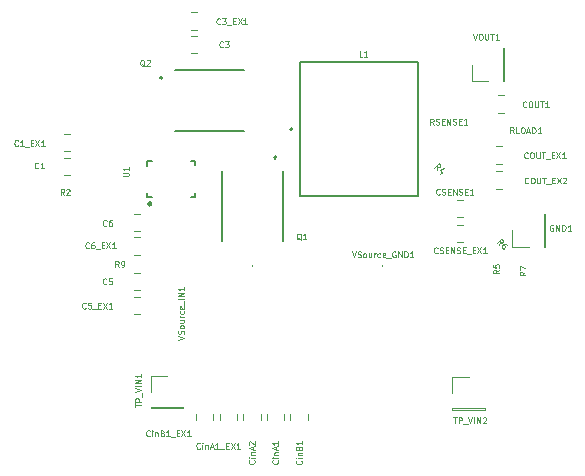
<source format=gbr>
%TF.GenerationSoftware,KiCad,Pcbnew,9.0.1*%
%TF.CreationDate,2025-11-16T17:24:42-08:00*%
%TF.ProjectId,Si-LTC7800,53692d4c-5443-4373-9830-302e6b696361,rev?*%
%TF.SameCoordinates,Original*%
%TF.FileFunction,Legend,Top*%
%TF.FilePolarity,Positive*%
%FSLAX46Y46*%
G04 Gerber Fmt 4.6, Leading zero omitted, Abs format (unit mm)*
G04 Created by KiCad (PCBNEW 9.0.1) date 2025-11-16 17:24:42*
%MOMM*%
%LPD*%
G01*
G04 APERTURE LIST*
%ADD10C,0.062500*%
%ADD11C,0.120000*%
%ADD12C,0.127000*%
%ADD13C,0.200000*%
%ADD14C,0.100000*%
%ADD15C,0.300000*%
G04 APERTURE END LIST*
D10*
X134558997Y-124627137D02*
X134535188Y-124650947D01*
X134535188Y-124650947D02*
X134463759Y-124674756D01*
X134463759Y-124674756D02*
X134416140Y-124674756D01*
X134416140Y-124674756D02*
X134344712Y-124650947D01*
X134344712Y-124650947D02*
X134297093Y-124603327D01*
X134297093Y-124603327D02*
X134273283Y-124555708D01*
X134273283Y-124555708D02*
X134249474Y-124460470D01*
X134249474Y-124460470D02*
X134249474Y-124389042D01*
X134249474Y-124389042D02*
X134273283Y-124293804D01*
X134273283Y-124293804D02*
X134297093Y-124246185D01*
X134297093Y-124246185D02*
X134344712Y-124198566D01*
X134344712Y-124198566D02*
X134416140Y-124174756D01*
X134416140Y-124174756D02*
X134463759Y-124174756D01*
X134463759Y-124174756D02*
X134535188Y-124198566D01*
X134535188Y-124198566D02*
X134558997Y-124222375D01*
X134725664Y-124174756D02*
X135035188Y-124174756D01*
X135035188Y-124174756D02*
X134868521Y-124365232D01*
X134868521Y-124365232D02*
X134939950Y-124365232D01*
X134939950Y-124365232D02*
X134987569Y-124389042D01*
X134987569Y-124389042D02*
X135011378Y-124412851D01*
X135011378Y-124412851D02*
X135035188Y-124460470D01*
X135035188Y-124460470D02*
X135035188Y-124579518D01*
X135035188Y-124579518D02*
X135011378Y-124627137D01*
X135011378Y-124627137D02*
X134987569Y-124650947D01*
X134987569Y-124650947D02*
X134939950Y-124674756D01*
X134939950Y-124674756D02*
X134797093Y-124674756D01*
X134797093Y-124674756D02*
X134749474Y-124650947D01*
X134749474Y-124650947D02*
X134725664Y-124627137D01*
X146354324Y-125466894D02*
X146116229Y-125466894D01*
X146116229Y-125466894D02*
X146116229Y-124966894D01*
X146782896Y-125466894D02*
X146497182Y-125466894D01*
X146640039Y-125466894D02*
X146640039Y-124966894D01*
X146640039Y-124966894D02*
X146592420Y-125038323D01*
X146592420Y-125038323D02*
X146544801Y-125085942D01*
X146544801Y-125085942D02*
X146497182Y-125109751D01*
X160233323Y-129709926D02*
X160209514Y-129733736D01*
X160209514Y-129733736D02*
X160138085Y-129757545D01*
X160138085Y-129757545D02*
X160090466Y-129757545D01*
X160090466Y-129757545D02*
X160019038Y-129733736D01*
X160019038Y-129733736D02*
X159971419Y-129686116D01*
X159971419Y-129686116D02*
X159947609Y-129638497D01*
X159947609Y-129638497D02*
X159923800Y-129543259D01*
X159923800Y-129543259D02*
X159923800Y-129471831D01*
X159923800Y-129471831D02*
X159947609Y-129376593D01*
X159947609Y-129376593D02*
X159971419Y-129328974D01*
X159971419Y-129328974D02*
X160019038Y-129281355D01*
X160019038Y-129281355D02*
X160090466Y-129257545D01*
X160090466Y-129257545D02*
X160138085Y-129257545D01*
X160138085Y-129257545D02*
X160209514Y-129281355D01*
X160209514Y-129281355D02*
X160233323Y-129305164D01*
X160542847Y-129257545D02*
X160638085Y-129257545D01*
X160638085Y-129257545D02*
X160685704Y-129281355D01*
X160685704Y-129281355D02*
X160733323Y-129328974D01*
X160733323Y-129328974D02*
X160757133Y-129424212D01*
X160757133Y-129424212D02*
X160757133Y-129590878D01*
X160757133Y-129590878D02*
X160733323Y-129686116D01*
X160733323Y-129686116D02*
X160685704Y-129733736D01*
X160685704Y-129733736D02*
X160638085Y-129757545D01*
X160638085Y-129757545D02*
X160542847Y-129757545D01*
X160542847Y-129757545D02*
X160495228Y-129733736D01*
X160495228Y-129733736D02*
X160447609Y-129686116D01*
X160447609Y-129686116D02*
X160423800Y-129590878D01*
X160423800Y-129590878D02*
X160423800Y-129424212D01*
X160423800Y-129424212D02*
X160447609Y-129328974D01*
X160447609Y-129328974D02*
X160495228Y-129281355D01*
X160495228Y-129281355D02*
X160542847Y-129257545D01*
X160971419Y-129257545D02*
X160971419Y-129662307D01*
X160971419Y-129662307D02*
X160995229Y-129709926D01*
X160995229Y-129709926D02*
X161019038Y-129733736D01*
X161019038Y-129733736D02*
X161066657Y-129757545D01*
X161066657Y-129757545D02*
X161161895Y-129757545D01*
X161161895Y-129757545D02*
X161209514Y-129733736D01*
X161209514Y-129733736D02*
X161233324Y-129709926D01*
X161233324Y-129709926D02*
X161257133Y-129662307D01*
X161257133Y-129662307D02*
X161257133Y-129257545D01*
X161423801Y-129257545D02*
X161709515Y-129257545D01*
X161566658Y-129757545D02*
X161566658Y-129257545D01*
X162138086Y-129757545D02*
X161852372Y-129757545D01*
X161995229Y-129757545D02*
X161995229Y-129257545D01*
X161995229Y-129257545D02*
X161947610Y-129328974D01*
X161947610Y-129328974D02*
X161899991Y-129376593D01*
X161899991Y-129376593D02*
X161852372Y-129400402D01*
X124679675Y-144697511D02*
X124655866Y-144721321D01*
X124655866Y-144721321D02*
X124584437Y-144745130D01*
X124584437Y-144745130D02*
X124536818Y-144745130D01*
X124536818Y-144745130D02*
X124465390Y-144721321D01*
X124465390Y-144721321D02*
X124417771Y-144673701D01*
X124417771Y-144673701D02*
X124393961Y-144626082D01*
X124393961Y-144626082D02*
X124370152Y-144530844D01*
X124370152Y-144530844D02*
X124370152Y-144459416D01*
X124370152Y-144459416D02*
X124393961Y-144364178D01*
X124393961Y-144364178D02*
X124417771Y-144316559D01*
X124417771Y-144316559D02*
X124465390Y-144268940D01*
X124465390Y-144268940D02*
X124536818Y-144245130D01*
X124536818Y-144245130D02*
X124584437Y-144245130D01*
X124584437Y-144245130D02*
X124655866Y-144268940D01*
X124655866Y-144268940D02*
X124679675Y-144292749D01*
X125132056Y-144245130D02*
X124893961Y-144245130D01*
X124893961Y-144245130D02*
X124870152Y-144483225D01*
X124870152Y-144483225D02*
X124893961Y-144459416D01*
X124893961Y-144459416D02*
X124941580Y-144435606D01*
X124941580Y-144435606D02*
X125060628Y-144435606D01*
X125060628Y-144435606D02*
X125108247Y-144459416D01*
X125108247Y-144459416D02*
X125132056Y-144483225D01*
X125132056Y-144483225D02*
X125155866Y-144530844D01*
X125155866Y-144530844D02*
X125155866Y-144649892D01*
X125155866Y-144649892D02*
X125132056Y-144697511D01*
X125132056Y-144697511D02*
X125108247Y-144721321D01*
X125108247Y-144721321D02*
X125060628Y-144745130D01*
X125060628Y-144745130D02*
X124941580Y-144745130D01*
X124941580Y-144745130D02*
X124893961Y-144721321D01*
X124893961Y-144721321D02*
X124870152Y-144697511D01*
X152658374Y-135064660D02*
X152708881Y-134778450D01*
X152456343Y-134862629D02*
X152809897Y-134509076D01*
X152809897Y-134509076D02*
X152944584Y-134643763D01*
X152944584Y-134643763D02*
X152961419Y-134694270D01*
X152961419Y-134694270D02*
X152961419Y-134727942D01*
X152961419Y-134727942D02*
X152944584Y-134778450D01*
X152944584Y-134778450D02*
X152894076Y-134828957D01*
X152894076Y-134828957D02*
X152843568Y-134845793D01*
X152843568Y-134845793D02*
X152809897Y-134845793D01*
X152809897Y-134845793D02*
X152759389Y-134828957D01*
X152759389Y-134828957D02*
X152624702Y-134694270D01*
X153197122Y-135132003D02*
X152961419Y-135367705D01*
X153247629Y-134913137D02*
X152910912Y-135081495D01*
X152910912Y-135081495D02*
X153129778Y-135300362D01*
X122933780Y-146750652D02*
X122909971Y-146774462D01*
X122909971Y-146774462D02*
X122838542Y-146798271D01*
X122838542Y-146798271D02*
X122790923Y-146798271D01*
X122790923Y-146798271D02*
X122719495Y-146774462D01*
X122719495Y-146774462D02*
X122671876Y-146726842D01*
X122671876Y-146726842D02*
X122648066Y-146679223D01*
X122648066Y-146679223D02*
X122624257Y-146583985D01*
X122624257Y-146583985D02*
X122624257Y-146512557D01*
X122624257Y-146512557D02*
X122648066Y-146417319D01*
X122648066Y-146417319D02*
X122671876Y-146369700D01*
X122671876Y-146369700D02*
X122719495Y-146322081D01*
X122719495Y-146322081D02*
X122790923Y-146298271D01*
X122790923Y-146298271D02*
X122838542Y-146298271D01*
X122838542Y-146298271D02*
X122909971Y-146322081D01*
X122909971Y-146322081D02*
X122933780Y-146345890D01*
X123386161Y-146298271D02*
X123148066Y-146298271D01*
X123148066Y-146298271D02*
X123124257Y-146536366D01*
X123124257Y-146536366D02*
X123148066Y-146512557D01*
X123148066Y-146512557D02*
X123195685Y-146488747D01*
X123195685Y-146488747D02*
X123314733Y-146488747D01*
X123314733Y-146488747D02*
X123362352Y-146512557D01*
X123362352Y-146512557D02*
X123386161Y-146536366D01*
X123386161Y-146536366D02*
X123409971Y-146583985D01*
X123409971Y-146583985D02*
X123409971Y-146703033D01*
X123409971Y-146703033D02*
X123386161Y-146750652D01*
X123386161Y-146750652D02*
X123362352Y-146774462D01*
X123362352Y-146774462D02*
X123314733Y-146798271D01*
X123314733Y-146798271D02*
X123195685Y-146798271D01*
X123195685Y-146798271D02*
X123148066Y-146774462D01*
X123148066Y-146774462D02*
X123124257Y-146750652D01*
X123505209Y-146845890D02*
X123886161Y-146845890D01*
X124005208Y-146536366D02*
X124171875Y-146536366D01*
X124243303Y-146798271D02*
X124005208Y-146798271D01*
X124005208Y-146798271D02*
X124005208Y-146298271D01*
X124005208Y-146298271D02*
X124243303Y-146298271D01*
X124409970Y-146298271D02*
X124743303Y-146798271D01*
X124743303Y-146298271D02*
X124409970Y-146798271D01*
X125195684Y-146798271D02*
X124909970Y-146798271D01*
X125052827Y-146798271D02*
X125052827Y-146298271D01*
X125052827Y-146298271D02*
X125005208Y-146369700D01*
X125005208Y-146369700D02*
X124957589Y-146417319D01*
X124957589Y-146417319D02*
X124909970Y-146441128D01*
X160412137Y-136161915D02*
X160388328Y-136185725D01*
X160388328Y-136185725D02*
X160316899Y-136209534D01*
X160316899Y-136209534D02*
X160269280Y-136209534D01*
X160269280Y-136209534D02*
X160197852Y-136185725D01*
X160197852Y-136185725D02*
X160150233Y-136138105D01*
X160150233Y-136138105D02*
X160126423Y-136090486D01*
X160126423Y-136090486D02*
X160102614Y-135995248D01*
X160102614Y-135995248D02*
X160102614Y-135923820D01*
X160102614Y-135923820D02*
X160126423Y-135828582D01*
X160126423Y-135828582D02*
X160150233Y-135780963D01*
X160150233Y-135780963D02*
X160197852Y-135733344D01*
X160197852Y-135733344D02*
X160269280Y-135709534D01*
X160269280Y-135709534D02*
X160316899Y-135709534D01*
X160316899Y-135709534D02*
X160388328Y-135733344D01*
X160388328Y-135733344D02*
X160412137Y-135757153D01*
X160721661Y-135709534D02*
X160816899Y-135709534D01*
X160816899Y-135709534D02*
X160864518Y-135733344D01*
X160864518Y-135733344D02*
X160912137Y-135780963D01*
X160912137Y-135780963D02*
X160935947Y-135876201D01*
X160935947Y-135876201D02*
X160935947Y-136042867D01*
X160935947Y-136042867D02*
X160912137Y-136138105D01*
X160912137Y-136138105D02*
X160864518Y-136185725D01*
X160864518Y-136185725D02*
X160816899Y-136209534D01*
X160816899Y-136209534D02*
X160721661Y-136209534D01*
X160721661Y-136209534D02*
X160674042Y-136185725D01*
X160674042Y-136185725D02*
X160626423Y-136138105D01*
X160626423Y-136138105D02*
X160602614Y-136042867D01*
X160602614Y-136042867D02*
X160602614Y-135876201D01*
X160602614Y-135876201D02*
X160626423Y-135780963D01*
X160626423Y-135780963D02*
X160674042Y-135733344D01*
X160674042Y-135733344D02*
X160721661Y-135709534D01*
X161150233Y-135709534D02*
X161150233Y-136114296D01*
X161150233Y-136114296D02*
X161174043Y-136161915D01*
X161174043Y-136161915D02*
X161197852Y-136185725D01*
X161197852Y-136185725D02*
X161245471Y-136209534D01*
X161245471Y-136209534D02*
X161340709Y-136209534D01*
X161340709Y-136209534D02*
X161388328Y-136185725D01*
X161388328Y-136185725D02*
X161412138Y-136161915D01*
X161412138Y-136161915D02*
X161435947Y-136114296D01*
X161435947Y-136114296D02*
X161435947Y-135709534D01*
X161602615Y-135709534D02*
X161888329Y-135709534D01*
X161745472Y-136209534D02*
X161745472Y-135709534D01*
X161935948Y-136257153D02*
X162316900Y-136257153D01*
X162435947Y-135947629D02*
X162602614Y-135947629D01*
X162674042Y-136209534D02*
X162435947Y-136209534D01*
X162435947Y-136209534D02*
X162435947Y-135709534D01*
X162435947Y-135709534D02*
X162674042Y-135709534D01*
X162840709Y-135709534D02*
X163174042Y-136209534D01*
X163174042Y-135709534D02*
X162840709Y-136209534D01*
X163340709Y-135757153D02*
X163364518Y-135733344D01*
X163364518Y-135733344D02*
X163412137Y-135709534D01*
X163412137Y-135709534D02*
X163531185Y-135709534D01*
X163531185Y-135709534D02*
X163578804Y-135733344D01*
X163578804Y-135733344D02*
X163602613Y-135757153D01*
X163602613Y-135757153D02*
X163626423Y-135804772D01*
X163626423Y-135804772D02*
X163626423Y-135852391D01*
X163626423Y-135852391D02*
X163602613Y-135923820D01*
X163602613Y-135923820D02*
X163316899Y-136209534D01*
X163316899Y-136209534D02*
X163626423Y-136209534D01*
X157936107Y-143531286D02*
X157698012Y-143697952D01*
X157936107Y-143817000D02*
X157436107Y-143817000D01*
X157436107Y-143817000D02*
X157436107Y-143626524D01*
X157436107Y-143626524D02*
X157459917Y-143578905D01*
X157459917Y-143578905D02*
X157483726Y-143555095D01*
X157483726Y-143555095D02*
X157531345Y-143531286D01*
X157531345Y-143531286D02*
X157602774Y-143531286D01*
X157602774Y-143531286D02*
X157650393Y-143555095D01*
X157650393Y-143555095D02*
X157674202Y-143578905D01*
X157674202Y-143578905D02*
X157698012Y-143626524D01*
X157698012Y-143626524D02*
X157698012Y-143817000D01*
X157436107Y-143078905D02*
X157436107Y-143317000D01*
X157436107Y-143317000D02*
X157674202Y-143340809D01*
X157674202Y-143340809D02*
X157650393Y-143317000D01*
X157650393Y-143317000D02*
X157626583Y-143269381D01*
X157626583Y-143269381D02*
X157626583Y-143150333D01*
X157626583Y-143150333D02*
X157650393Y-143102714D01*
X157650393Y-143102714D02*
X157674202Y-143078905D01*
X157674202Y-143078905D02*
X157721821Y-143055095D01*
X157721821Y-143055095D02*
X157840869Y-143055095D01*
X157840869Y-143055095D02*
X157888488Y-143078905D01*
X157888488Y-143078905D02*
X157912298Y-143102714D01*
X157912298Y-143102714D02*
X157936107Y-143150333D01*
X157936107Y-143150333D02*
X157936107Y-143269381D01*
X157936107Y-143269381D02*
X157912298Y-143317000D01*
X157912298Y-143317000D02*
X157888488Y-143340809D01*
X152900993Y-137110459D02*
X152877184Y-137134269D01*
X152877184Y-137134269D02*
X152805755Y-137158078D01*
X152805755Y-137158078D02*
X152758136Y-137158078D01*
X152758136Y-137158078D02*
X152686708Y-137134269D01*
X152686708Y-137134269D02*
X152639089Y-137086649D01*
X152639089Y-137086649D02*
X152615279Y-137039030D01*
X152615279Y-137039030D02*
X152591470Y-136943792D01*
X152591470Y-136943792D02*
X152591470Y-136872364D01*
X152591470Y-136872364D02*
X152615279Y-136777126D01*
X152615279Y-136777126D02*
X152639089Y-136729507D01*
X152639089Y-136729507D02*
X152686708Y-136681888D01*
X152686708Y-136681888D02*
X152758136Y-136658078D01*
X152758136Y-136658078D02*
X152805755Y-136658078D01*
X152805755Y-136658078D02*
X152877184Y-136681888D01*
X152877184Y-136681888D02*
X152900993Y-136705697D01*
X153091470Y-137134269D02*
X153162898Y-137158078D01*
X153162898Y-137158078D02*
X153281946Y-137158078D01*
X153281946Y-137158078D02*
X153329565Y-137134269D01*
X153329565Y-137134269D02*
X153353374Y-137110459D01*
X153353374Y-137110459D02*
X153377184Y-137062840D01*
X153377184Y-137062840D02*
X153377184Y-137015221D01*
X153377184Y-137015221D02*
X153353374Y-136967602D01*
X153353374Y-136967602D02*
X153329565Y-136943792D01*
X153329565Y-136943792D02*
X153281946Y-136919983D01*
X153281946Y-136919983D02*
X153186708Y-136896173D01*
X153186708Y-136896173D02*
X153139089Y-136872364D01*
X153139089Y-136872364D02*
X153115279Y-136848554D01*
X153115279Y-136848554D02*
X153091470Y-136800935D01*
X153091470Y-136800935D02*
X153091470Y-136753316D01*
X153091470Y-136753316D02*
X153115279Y-136705697D01*
X153115279Y-136705697D02*
X153139089Y-136681888D01*
X153139089Y-136681888D02*
X153186708Y-136658078D01*
X153186708Y-136658078D02*
X153305755Y-136658078D01*
X153305755Y-136658078D02*
X153377184Y-136681888D01*
X153591469Y-136896173D02*
X153758136Y-136896173D01*
X153829564Y-137158078D02*
X153591469Y-137158078D01*
X153591469Y-137158078D02*
X153591469Y-136658078D01*
X153591469Y-136658078D02*
X153829564Y-136658078D01*
X154043850Y-137158078D02*
X154043850Y-136658078D01*
X154043850Y-136658078D02*
X154329564Y-137158078D01*
X154329564Y-137158078D02*
X154329564Y-136658078D01*
X154543851Y-137134269D02*
X154615279Y-137158078D01*
X154615279Y-137158078D02*
X154734327Y-137158078D01*
X154734327Y-137158078D02*
X154781946Y-137134269D01*
X154781946Y-137134269D02*
X154805755Y-137110459D01*
X154805755Y-137110459D02*
X154829565Y-137062840D01*
X154829565Y-137062840D02*
X154829565Y-137015221D01*
X154829565Y-137015221D02*
X154805755Y-136967602D01*
X154805755Y-136967602D02*
X154781946Y-136943792D01*
X154781946Y-136943792D02*
X154734327Y-136919983D01*
X154734327Y-136919983D02*
X154639089Y-136896173D01*
X154639089Y-136896173D02*
X154591470Y-136872364D01*
X154591470Y-136872364D02*
X154567660Y-136848554D01*
X154567660Y-136848554D02*
X154543851Y-136800935D01*
X154543851Y-136800935D02*
X154543851Y-136753316D01*
X154543851Y-136753316D02*
X154567660Y-136705697D01*
X154567660Y-136705697D02*
X154591470Y-136681888D01*
X154591470Y-136681888D02*
X154639089Y-136658078D01*
X154639089Y-136658078D02*
X154758136Y-136658078D01*
X154758136Y-136658078D02*
X154829565Y-136681888D01*
X155043850Y-136896173D02*
X155210517Y-136896173D01*
X155281945Y-137158078D02*
X155043850Y-137158078D01*
X155043850Y-137158078D02*
X155043850Y-136658078D01*
X155043850Y-136658078D02*
X155281945Y-136658078D01*
X155758136Y-137158078D02*
X155472422Y-137158078D01*
X155615279Y-137158078D02*
X155615279Y-136658078D01*
X155615279Y-136658078D02*
X155567660Y-136729507D01*
X155567660Y-136729507D02*
X155520041Y-136777126D01*
X155520041Y-136777126D02*
X155472422Y-136800935D01*
X127920978Y-126293356D02*
X127873359Y-126269547D01*
X127873359Y-126269547D02*
X127825740Y-126221928D01*
X127825740Y-126221928D02*
X127754312Y-126150499D01*
X127754312Y-126150499D02*
X127706693Y-126126689D01*
X127706693Y-126126689D02*
X127659074Y-126126689D01*
X127682883Y-126245737D02*
X127635264Y-126221928D01*
X127635264Y-126221928D02*
X127587645Y-126174308D01*
X127587645Y-126174308D02*
X127563836Y-126079070D01*
X127563836Y-126079070D02*
X127563836Y-125912404D01*
X127563836Y-125912404D02*
X127587645Y-125817166D01*
X127587645Y-125817166D02*
X127635264Y-125769547D01*
X127635264Y-125769547D02*
X127682883Y-125745737D01*
X127682883Y-125745737D02*
X127778121Y-125745737D01*
X127778121Y-125745737D02*
X127825740Y-125769547D01*
X127825740Y-125769547D02*
X127873359Y-125817166D01*
X127873359Y-125817166D02*
X127897169Y-125912404D01*
X127897169Y-125912404D02*
X127897169Y-126079070D01*
X127897169Y-126079070D02*
X127873359Y-126174308D01*
X127873359Y-126174308D02*
X127825740Y-126221928D01*
X127825740Y-126221928D02*
X127778121Y-126245737D01*
X127778121Y-126245737D02*
X127682883Y-126245737D01*
X128087646Y-125793356D02*
X128111455Y-125769547D01*
X128111455Y-125769547D02*
X128159074Y-125745737D01*
X128159074Y-125745737D02*
X128278122Y-125745737D01*
X128278122Y-125745737D02*
X128325741Y-125769547D01*
X128325741Y-125769547D02*
X128349550Y-125793356D01*
X128349550Y-125793356D02*
X128373360Y-125840975D01*
X128373360Y-125840975D02*
X128373360Y-125888594D01*
X128373360Y-125888594D02*
X128349550Y-125960023D01*
X128349550Y-125960023D02*
X128063836Y-126245737D01*
X128063836Y-126245737D02*
X128373360Y-126245737D01*
X152383464Y-131223498D02*
X152216798Y-130985403D01*
X152097750Y-131223498D02*
X152097750Y-130723498D01*
X152097750Y-130723498D02*
X152288226Y-130723498D01*
X152288226Y-130723498D02*
X152335845Y-130747308D01*
X152335845Y-130747308D02*
X152359655Y-130771117D01*
X152359655Y-130771117D02*
X152383464Y-130818736D01*
X152383464Y-130818736D02*
X152383464Y-130890165D01*
X152383464Y-130890165D02*
X152359655Y-130937784D01*
X152359655Y-130937784D02*
X152335845Y-130961593D01*
X152335845Y-130961593D02*
X152288226Y-130985403D01*
X152288226Y-130985403D02*
X152097750Y-130985403D01*
X152573941Y-131199689D02*
X152645369Y-131223498D01*
X152645369Y-131223498D02*
X152764417Y-131223498D01*
X152764417Y-131223498D02*
X152812036Y-131199689D01*
X152812036Y-131199689D02*
X152835845Y-131175879D01*
X152835845Y-131175879D02*
X152859655Y-131128260D01*
X152859655Y-131128260D02*
X152859655Y-131080641D01*
X152859655Y-131080641D02*
X152835845Y-131033022D01*
X152835845Y-131033022D02*
X152812036Y-131009212D01*
X152812036Y-131009212D02*
X152764417Y-130985403D01*
X152764417Y-130985403D02*
X152669179Y-130961593D01*
X152669179Y-130961593D02*
X152621560Y-130937784D01*
X152621560Y-130937784D02*
X152597750Y-130913974D01*
X152597750Y-130913974D02*
X152573941Y-130866355D01*
X152573941Y-130866355D02*
X152573941Y-130818736D01*
X152573941Y-130818736D02*
X152597750Y-130771117D01*
X152597750Y-130771117D02*
X152621560Y-130747308D01*
X152621560Y-130747308D02*
X152669179Y-130723498D01*
X152669179Y-130723498D02*
X152788226Y-130723498D01*
X152788226Y-130723498D02*
X152859655Y-130747308D01*
X153073940Y-130961593D02*
X153240607Y-130961593D01*
X153312035Y-131223498D02*
X153073940Y-131223498D01*
X153073940Y-131223498D02*
X153073940Y-130723498D01*
X153073940Y-130723498D02*
X153312035Y-130723498D01*
X153526321Y-131223498D02*
X153526321Y-130723498D01*
X153526321Y-130723498D02*
X153812035Y-131223498D01*
X153812035Y-131223498D02*
X153812035Y-130723498D01*
X154026322Y-131199689D02*
X154097750Y-131223498D01*
X154097750Y-131223498D02*
X154216798Y-131223498D01*
X154216798Y-131223498D02*
X154264417Y-131199689D01*
X154264417Y-131199689D02*
X154288226Y-131175879D01*
X154288226Y-131175879D02*
X154312036Y-131128260D01*
X154312036Y-131128260D02*
X154312036Y-131080641D01*
X154312036Y-131080641D02*
X154288226Y-131033022D01*
X154288226Y-131033022D02*
X154264417Y-131009212D01*
X154264417Y-131009212D02*
X154216798Y-130985403D01*
X154216798Y-130985403D02*
X154121560Y-130961593D01*
X154121560Y-130961593D02*
X154073941Y-130937784D01*
X154073941Y-130937784D02*
X154050131Y-130913974D01*
X154050131Y-130913974D02*
X154026322Y-130866355D01*
X154026322Y-130866355D02*
X154026322Y-130818736D01*
X154026322Y-130818736D02*
X154050131Y-130771117D01*
X154050131Y-130771117D02*
X154073941Y-130747308D01*
X154073941Y-130747308D02*
X154121560Y-130723498D01*
X154121560Y-130723498D02*
X154240607Y-130723498D01*
X154240607Y-130723498D02*
X154312036Y-130747308D01*
X154526321Y-130961593D02*
X154692988Y-130961593D01*
X154764416Y-131223498D02*
X154526321Y-131223498D01*
X154526321Y-131223498D02*
X154526321Y-130723498D01*
X154526321Y-130723498D02*
X154764416Y-130723498D01*
X155240607Y-131223498D02*
X154954893Y-131223498D01*
X155097750Y-131223498D02*
X155097750Y-130723498D01*
X155097750Y-130723498D02*
X155050131Y-130794927D01*
X155050131Y-130794927D02*
X155002512Y-130842546D01*
X155002512Y-130842546D02*
X154954893Y-130866355D01*
X130745118Y-149430693D02*
X131245118Y-149264027D01*
X131245118Y-149264027D02*
X130745118Y-149097360D01*
X131221309Y-148954503D02*
X131245118Y-148883075D01*
X131245118Y-148883075D02*
X131245118Y-148764027D01*
X131245118Y-148764027D02*
X131221309Y-148716408D01*
X131221309Y-148716408D02*
X131197499Y-148692599D01*
X131197499Y-148692599D02*
X131149880Y-148668789D01*
X131149880Y-148668789D02*
X131102261Y-148668789D01*
X131102261Y-148668789D02*
X131054642Y-148692599D01*
X131054642Y-148692599D02*
X131030832Y-148716408D01*
X131030832Y-148716408D02*
X131007023Y-148764027D01*
X131007023Y-148764027D02*
X130983213Y-148859265D01*
X130983213Y-148859265D02*
X130959404Y-148906884D01*
X130959404Y-148906884D02*
X130935594Y-148930694D01*
X130935594Y-148930694D02*
X130887975Y-148954503D01*
X130887975Y-148954503D02*
X130840356Y-148954503D01*
X130840356Y-148954503D02*
X130792737Y-148930694D01*
X130792737Y-148930694D02*
X130768928Y-148906884D01*
X130768928Y-148906884D02*
X130745118Y-148859265D01*
X130745118Y-148859265D02*
X130745118Y-148740218D01*
X130745118Y-148740218D02*
X130768928Y-148668789D01*
X131245118Y-148383075D02*
X131221309Y-148430694D01*
X131221309Y-148430694D02*
X131197499Y-148454504D01*
X131197499Y-148454504D02*
X131149880Y-148478313D01*
X131149880Y-148478313D02*
X131007023Y-148478313D01*
X131007023Y-148478313D02*
X130959404Y-148454504D01*
X130959404Y-148454504D02*
X130935594Y-148430694D01*
X130935594Y-148430694D02*
X130911785Y-148383075D01*
X130911785Y-148383075D02*
X130911785Y-148311647D01*
X130911785Y-148311647D02*
X130935594Y-148264028D01*
X130935594Y-148264028D02*
X130959404Y-148240218D01*
X130959404Y-148240218D02*
X131007023Y-148216409D01*
X131007023Y-148216409D02*
X131149880Y-148216409D01*
X131149880Y-148216409D02*
X131197499Y-148240218D01*
X131197499Y-148240218D02*
X131221309Y-148264028D01*
X131221309Y-148264028D02*
X131245118Y-148311647D01*
X131245118Y-148311647D02*
X131245118Y-148383075D01*
X130911785Y-147787837D02*
X131245118Y-147787837D01*
X130911785Y-148002123D02*
X131173689Y-148002123D01*
X131173689Y-148002123D02*
X131221309Y-147978313D01*
X131221309Y-147978313D02*
X131245118Y-147930694D01*
X131245118Y-147930694D02*
X131245118Y-147859266D01*
X131245118Y-147859266D02*
X131221309Y-147811647D01*
X131221309Y-147811647D02*
X131197499Y-147787837D01*
X131245118Y-147549742D02*
X130911785Y-147549742D01*
X131007023Y-147549742D02*
X130959404Y-147525932D01*
X130959404Y-147525932D02*
X130935594Y-147502123D01*
X130935594Y-147502123D02*
X130911785Y-147454504D01*
X130911785Y-147454504D02*
X130911785Y-147406885D01*
X131221309Y-147025932D02*
X131245118Y-147073551D01*
X131245118Y-147073551D02*
X131245118Y-147168789D01*
X131245118Y-147168789D02*
X131221309Y-147216408D01*
X131221309Y-147216408D02*
X131197499Y-147240218D01*
X131197499Y-147240218D02*
X131149880Y-147264027D01*
X131149880Y-147264027D02*
X131007023Y-147264027D01*
X131007023Y-147264027D02*
X130959404Y-147240218D01*
X130959404Y-147240218D02*
X130935594Y-147216408D01*
X130935594Y-147216408D02*
X130911785Y-147168789D01*
X130911785Y-147168789D02*
X130911785Y-147073551D01*
X130911785Y-147073551D02*
X130935594Y-147025932D01*
X131221309Y-146621171D02*
X131245118Y-146668790D01*
X131245118Y-146668790D02*
X131245118Y-146764028D01*
X131245118Y-146764028D02*
X131221309Y-146811647D01*
X131221309Y-146811647D02*
X131173689Y-146835456D01*
X131173689Y-146835456D02*
X130983213Y-146835456D01*
X130983213Y-146835456D02*
X130935594Y-146811647D01*
X130935594Y-146811647D02*
X130911785Y-146764028D01*
X130911785Y-146764028D02*
X130911785Y-146668790D01*
X130911785Y-146668790D02*
X130935594Y-146621171D01*
X130935594Y-146621171D02*
X130983213Y-146597361D01*
X130983213Y-146597361D02*
X131030832Y-146597361D01*
X131030832Y-146597361D02*
X131078451Y-146835456D01*
X131292737Y-146502124D02*
X131292737Y-146121171D01*
X131245118Y-146002124D02*
X130745118Y-146002124D01*
X131245118Y-145764029D02*
X130745118Y-145764029D01*
X130745118Y-145764029D02*
X131245118Y-145478315D01*
X131245118Y-145478315D02*
X130745118Y-145478315D01*
X131245118Y-144978314D02*
X131245118Y-145264028D01*
X131245118Y-145121171D02*
X130745118Y-145121171D01*
X130745118Y-145121171D02*
X130816547Y-145168790D01*
X130816547Y-145168790D02*
X130864166Y-145216409D01*
X130864166Y-145216409D02*
X130887975Y-145264028D01*
X117197825Y-132993596D02*
X117174016Y-133017406D01*
X117174016Y-133017406D02*
X117102587Y-133041215D01*
X117102587Y-133041215D02*
X117054968Y-133041215D01*
X117054968Y-133041215D02*
X116983540Y-133017406D01*
X116983540Y-133017406D02*
X116935921Y-132969786D01*
X116935921Y-132969786D02*
X116912111Y-132922167D01*
X116912111Y-132922167D02*
X116888302Y-132826929D01*
X116888302Y-132826929D02*
X116888302Y-132755501D01*
X116888302Y-132755501D02*
X116912111Y-132660263D01*
X116912111Y-132660263D02*
X116935921Y-132612644D01*
X116935921Y-132612644D02*
X116983540Y-132565025D01*
X116983540Y-132565025D02*
X117054968Y-132541215D01*
X117054968Y-132541215D02*
X117102587Y-132541215D01*
X117102587Y-132541215D02*
X117174016Y-132565025D01*
X117174016Y-132565025D02*
X117197825Y-132588834D01*
X117674016Y-133041215D02*
X117388302Y-133041215D01*
X117531159Y-133041215D02*
X117531159Y-132541215D01*
X117531159Y-132541215D02*
X117483540Y-132612644D01*
X117483540Y-132612644D02*
X117435921Y-132660263D01*
X117435921Y-132660263D02*
X117388302Y-132684072D01*
X117769254Y-133088834D02*
X118150206Y-133088834D01*
X118269253Y-132779310D02*
X118435920Y-132779310D01*
X118507348Y-133041215D02*
X118269253Y-133041215D01*
X118269253Y-133041215D02*
X118269253Y-132541215D01*
X118269253Y-132541215D02*
X118507348Y-132541215D01*
X118674015Y-132541215D02*
X119007348Y-133041215D01*
X119007348Y-132541215D02*
X118674015Y-133041215D01*
X119459729Y-133041215D02*
X119174015Y-133041215D01*
X119316872Y-133041215D02*
X119316872Y-132541215D01*
X119316872Y-132541215D02*
X119269253Y-132612644D01*
X119269253Y-132612644D02*
X119221634Y-132660263D01*
X119221634Y-132660263D02*
X119174015Y-132684072D01*
X134313953Y-122683703D02*
X134290144Y-122707513D01*
X134290144Y-122707513D02*
X134218715Y-122731322D01*
X134218715Y-122731322D02*
X134171096Y-122731322D01*
X134171096Y-122731322D02*
X134099668Y-122707513D01*
X134099668Y-122707513D02*
X134052049Y-122659893D01*
X134052049Y-122659893D02*
X134028239Y-122612274D01*
X134028239Y-122612274D02*
X134004430Y-122517036D01*
X134004430Y-122517036D02*
X134004430Y-122445608D01*
X134004430Y-122445608D02*
X134028239Y-122350370D01*
X134028239Y-122350370D02*
X134052049Y-122302751D01*
X134052049Y-122302751D02*
X134099668Y-122255132D01*
X134099668Y-122255132D02*
X134171096Y-122231322D01*
X134171096Y-122231322D02*
X134218715Y-122231322D01*
X134218715Y-122231322D02*
X134290144Y-122255132D01*
X134290144Y-122255132D02*
X134313953Y-122278941D01*
X134480620Y-122231322D02*
X134790144Y-122231322D01*
X134790144Y-122231322D02*
X134623477Y-122421798D01*
X134623477Y-122421798D02*
X134694906Y-122421798D01*
X134694906Y-122421798D02*
X134742525Y-122445608D01*
X134742525Y-122445608D02*
X134766334Y-122469417D01*
X134766334Y-122469417D02*
X134790144Y-122517036D01*
X134790144Y-122517036D02*
X134790144Y-122636084D01*
X134790144Y-122636084D02*
X134766334Y-122683703D01*
X134766334Y-122683703D02*
X134742525Y-122707513D01*
X134742525Y-122707513D02*
X134694906Y-122731322D01*
X134694906Y-122731322D02*
X134552049Y-122731322D01*
X134552049Y-122731322D02*
X134504430Y-122707513D01*
X134504430Y-122707513D02*
X134480620Y-122683703D01*
X134885382Y-122778941D02*
X135266334Y-122778941D01*
X135385381Y-122469417D02*
X135552048Y-122469417D01*
X135623476Y-122731322D02*
X135385381Y-122731322D01*
X135385381Y-122731322D02*
X135385381Y-122231322D01*
X135385381Y-122231322D02*
X135623476Y-122231322D01*
X135790143Y-122231322D02*
X136123476Y-122731322D01*
X136123476Y-122231322D02*
X135790143Y-122731322D01*
X136575857Y-122731322D02*
X136290143Y-122731322D01*
X136433000Y-122731322D02*
X136433000Y-122231322D01*
X136433000Y-122231322D02*
X136385381Y-122302751D01*
X136385381Y-122302751D02*
X136337762Y-122350370D01*
X136337762Y-122350370D02*
X136290143Y-122374179D01*
X157952466Y-141433344D02*
X158002973Y-141147134D01*
X157750435Y-141231313D02*
X158103989Y-140877760D01*
X158103989Y-140877760D02*
X158238676Y-141012447D01*
X158238676Y-141012447D02*
X158255511Y-141062954D01*
X158255511Y-141062954D02*
X158255511Y-141096626D01*
X158255511Y-141096626D02*
X158238676Y-141147134D01*
X158238676Y-141147134D02*
X158188168Y-141197641D01*
X158188168Y-141197641D02*
X158137660Y-141214477D01*
X158137660Y-141214477D02*
X158103989Y-141214477D01*
X158103989Y-141214477D02*
X158053481Y-141197641D01*
X158053481Y-141197641D02*
X157918794Y-141062954D01*
X158609065Y-141382836D02*
X158541721Y-141315492D01*
X158541721Y-141315492D02*
X158491214Y-141298657D01*
X158491214Y-141298657D02*
X158457542Y-141298657D01*
X158457542Y-141298657D02*
X158373363Y-141315492D01*
X158373363Y-141315492D02*
X158289183Y-141366000D01*
X158289183Y-141366000D02*
X158154496Y-141500687D01*
X158154496Y-141500687D02*
X158137660Y-141551195D01*
X158137660Y-141551195D02*
X158137660Y-141584866D01*
X158137660Y-141584866D02*
X158154496Y-141635374D01*
X158154496Y-141635374D02*
X158221840Y-141702718D01*
X158221840Y-141702718D02*
X158272347Y-141719553D01*
X158272347Y-141719553D02*
X158306019Y-141719553D01*
X158306019Y-141719553D02*
X158356527Y-141702718D01*
X158356527Y-141702718D02*
X158440706Y-141618538D01*
X158440706Y-141618538D02*
X158457542Y-141568031D01*
X158457542Y-141568031D02*
X158457542Y-141534359D01*
X158457542Y-141534359D02*
X158440706Y-141483851D01*
X158440706Y-141483851D02*
X158373363Y-141416508D01*
X158373363Y-141416508D02*
X158322855Y-141399672D01*
X158322855Y-141399672D02*
X158289183Y-141399672D01*
X158289183Y-141399672D02*
X158238676Y-141416508D01*
X155723845Y-123538378D02*
X155890511Y-124038378D01*
X155890511Y-124038378D02*
X156057178Y-123538378D01*
X156319082Y-123538378D02*
X156414320Y-123538378D01*
X156414320Y-123538378D02*
X156461939Y-123562188D01*
X156461939Y-123562188D02*
X156509558Y-123609807D01*
X156509558Y-123609807D02*
X156533368Y-123705045D01*
X156533368Y-123705045D02*
X156533368Y-123871711D01*
X156533368Y-123871711D02*
X156509558Y-123966949D01*
X156509558Y-123966949D02*
X156461939Y-124014569D01*
X156461939Y-124014569D02*
X156414320Y-124038378D01*
X156414320Y-124038378D02*
X156319082Y-124038378D01*
X156319082Y-124038378D02*
X156271463Y-124014569D01*
X156271463Y-124014569D02*
X156223844Y-123966949D01*
X156223844Y-123966949D02*
X156200035Y-123871711D01*
X156200035Y-123871711D02*
X156200035Y-123705045D01*
X156200035Y-123705045D02*
X156223844Y-123609807D01*
X156223844Y-123609807D02*
X156271463Y-123562188D01*
X156271463Y-123562188D02*
X156319082Y-123538378D01*
X156747654Y-123538378D02*
X156747654Y-123943140D01*
X156747654Y-123943140D02*
X156771464Y-123990759D01*
X156771464Y-123990759D02*
X156795273Y-124014569D01*
X156795273Y-124014569D02*
X156842892Y-124038378D01*
X156842892Y-124038378D02*
X156938130Y-124038378D01*
X156938130Y-124038378D02*
X156985749Y-124014569D01*
X156985749Y-124014569D02*
X157009559Y-123990759D01*
X157009559Y-123990759D02*
X157033368Y-123943140D01*
X157033368Y-123943140D02*
X157033368Y-123538378D01*
X157200036Y-123538378D02*
X157485750Y-123538378D01*
X157342893Y-124038378D02*
X157342893Y-123538378D01*
X157914321Y-124038378D02*
X157628607Y-124038378D01*
X157771464Y-124038378D02*
X157771464Y-123538378D01*
X157771464Y-123538378D02*
X157723845Y-123609807D01*
X157723845Y-123609807D02*
X157676226Y-123657426D01*
X157676226Y-123657426D02*
X157628607Y-123681235D01*
X126066053Y-135592807D02*
X126470815Y-135592807D01*
X126470815Y-135592807D02*
X126518434Y-135568997D01*
X126518434Y-135568997D02*
X126542244Y-135545188D01*
X126542244Y-135545188D02*
X126566053Y-135497569D01*
X126566053Y-135497569D02*
X126566053Y-135402331D01*
X126566053Y-135402331D02*
X126542244Y-135354712D01*
X126542244Y-135354712D02*
X126518434Y-135330902D01*
X126518434Y-135330902D02*
X126470815Y-135307093D01*
X126470815Y-135307093D02*
X126066053Y-135307093D01*
X126566053Y-134807092D02*
X126566053Y-135092806D01*
X126566053Y-134949949D02*
X126066053Y-134949949D01*
X126066053Y-134949949D02*
X126137482Y-134997568D01*
X126137482Y-134997568D02*
X126185101Y-135045187D01*
X126185101Y-135045187D02*
X126208910Y-135092806D01*
X160161082Y-143689585D02*
X159922987Y-143856251D01*
X160161082Y-143975299D02*
X159661082Y-143975299D01*
X159661082Y-143975299D02*
X159661082Y-143784823D01*
X159661082Y-143784823D02*
X159684892Y-143737204D01*
X159684892Y-143737204D02*
X159708701Y-143713394D01*
X159708701Y-143713394D02*
X159756320Y-143689585D01*
X159756320Y-143689585D02*
X159827749Y-143689585D01*
X159827749Y-143689585D02*
X159875368Y-143713394D01*
X159875368Y-143713394D02*
X159899177Y-143737204D01*
X159899177Y-143737204D02*
X159922987Y-143784823D01*
X159922987Y-143784823D02*
X159922987Y-143975299D01*
X159661082Y-143522918D02*
X159661082Y-143189585D01*
X159661082Y-143189585D02*
X160161082Y-143403870D01*
X121104792Y-137177101D02*
X120938126Y-136939006D01*
X120819078Y-137177101D02*
X120819078Y-136677101D01*
X120819078Y-136677101D02*
X121009554Y-136677101D01*
X121009554Y-136677101D02*
X121057173Y-136700911D01*
X121057173Y-136700911D02*
X121080983Y-136724720D01*
X121080983Y-136724720D02*
X121104792Y-136772339D01*
X121104792Y-136772339D02*
X121104792Y-136843768D01*
X121104792Y-136843768D02*
X121080983Y-136891387D01*
X121080983Y-136891387D02*
X121057173Y-136915196D01*
X121057173Y-136915196D02*
X121009554Y-136939006D01*
X121009554Y-136939006D02*
X120819078Y-136939006D01*
X121295269Y-136724720D02*
X121319078Y-136700911D01*
X121319078Y-136700911D02*
X121366697Y-136677101D01*
X121366697Y-136677101D02*
X121485745Y-136677101D01*
X121485745Y-136677101D02*
X121533364Y-136700911D01*
X121533364Y-136700911D02*
X121557173Y-136724720D01*
X121557173Y-136724720D02*
X121580983Y-136772339D01*
X121580983Y-136772339D02*
X121580983Y-136819958D01*
X121580983Y-136819958D02*
X121557173Y-136891387D01*
X121557173Y-136891387D02*
X121271459Y-137177101D01*
X121271459Y-137177101D02*
X121580983Y-137177101D01*
X137180440Y-159642856D02*
X137204250Y-159666665D01*
X137204250Y-159666665D02*
X137228059Y-159738094D01*
X137228059Y-159738094D02*
X137228059Y-159785713D01*
X137228059Y-159785713D02*
X137204250Y-159857141D01*
X137204250Y-159857141D02*
X137156630Y-159904760D01*
X137156630Y-159904760D02*
X137109011Y-159928570D01*
X137109011Y-159928570D02*
X137013773Y-159952379D01*
X137013773Y-159952379D02*
X136942345Y-159952379D01*
X136942345Y-159952379D02*
X136847107Y-159928570D01*
X136847107Y-159928570D02*
X136799488Y-159904760D01*
X136799488Y-159904760D02*
X136751869Y-159857141D01*
X136751869Y-159857141D02*
X136728059Y-159785713D01*
X136728059Y-159785713D02*
X136728059Y-159738094D01*
X136728059Y-159738094D02*
X136751869Y-159666665D01*
X136751869Y-159666665D02*
X136775678Y-159642856D01*
X137228059Y-159428570D02*
X136894726Y-159428570D01*
X136728059Y-159428570D02*
X136751869Y-159452379D01*
X136751869Y-159452379D02*
X136775678Y-159428570D01*
X136775678Y-159428570D02*
X136751869Y-159404760D01*
X136751869Y-159404760D02*
X136728059Y-159428570D01*
X136728059Y-159428570D02*
X136775678Y-159428570D01*
X136894726Y-159190475D02*
X137228059Y-159190475D01*
X136942345Y-159190475D02*
X136918535Y-159166665D01*
X136918535Y-159166665D02*
X136894726Y-159119046D01*
X136894726Y-159119046D02*
X136894726Y-159047618D01*
X136894726Y-159047618D02*
X136918535Y-158999999D01*
X136918535Y-158999999D02*
X136966154Y-158976189D01*
X136966154Y-158976189D02*
X137228059Y-158976189D01*
X137085202Y-158761903D02*
X137085202Y-158523808D01*
X137228059Y-158809522D02*
X136728059Y-158642856D01*
X136728059Y-158642856D02*
X137228059Y-158476189D01*
X136775678Y-158333332D02*
X136751869Y-158309523D01*
X136751869Y-158309523D02*
X136728059Y-158261904D01*
X136728059Y-158261904D02*
X136728059Y-158142856D01*
X136728059Y-158142856D02*
X136751869Y-158095237D01*
X136751869Y-158095237D02*
X136775678Y-158071428D01*
X136775678Y-158071428D02*
X136823297Y-158047618D01*
X136823297Y-158047618D02*
X136870916Y-158047618D01*
X136870916Y-158047618D02*
X136942345Y-158071428D01*
X136942345Y-158071428D02*
X137228059Y-158357142D01*
X137228059Y-158357142D02*
X137228059Y-158047618D01*
X127140629Y-155124409D02*
X127140629Y-154838695D01*
X127640629Y-154981552D02*
X127140629Y-154981552D01*
X127640629Y-154672029D02*
X127140629Y-154672029D01*
X127140629Y-154672029D02*
X127140629Y-154481553D01*
X127140629Y-154481553D02*
X127164439Y-154433934D01*
X127164439Y-154433934D02*
X127188248Y-154410124D01*
X127188248Y-154410124D02*
X127235867Y-154386315D01*
X127235867Y-154386315D02*
X127307296Y-154386315D01*
X127307296Y-154386315D02*
X127354915Y-154410124D01*
X127354915Y-154410124D02*
X127378724Y-154433934D01*
X127378724Y-154433934D02*
X127402534Y-154481553D01*
X127402534Y-154481553D02*
X127402534Y-154672029D01*
X127688248Y-154291077D02*
X127688248Y-153910124D01*
X127140629Y-153862505D02*
X127640629Y-153695839D01*
X127640629Y-153695839D02*
X127140629Y-153529172D01*
X127640629Y-153362506D02*
X127140629Y-153362506D01*
X127640629Y-153124411D02*
X127140629Y-153124411D01*
X127140629Y-153124411D02*
X127640629Y-152838697D01*
X127640629Y-152838697D02*
X127140629Y-152838697D01*
X127640629Y-152338696D02*
X127640629Y-152624410D01*
X127640629Y-152481553D02*
X127140629Y-152481553D01*
X127140629Y-152481553D02*
X127212058Y-152529172D01*
X127212058Y-152529172D02*
X127259677Y-152576791D01*
X127259677Y-152576791D02*
X127283486Y-152624410D01*
X125728180Y-143287276D02*
X125561514Y-143049181D01*
X125442466Y-143287276D02*
X125442466Y-142787276D01*
X125442466Y-142787276D02*
X125632942Y-142787276D01*
X125632942Y-142787276D02*
X125680561Y-142811086D01*
X125680561Y-142811086D02*
X125704371Y-142834895D01*
X125704371Y-142834895D02*
X125728180Y-142882514D01*
X125728180Y-142882514D02*
X125728180Y-142953943D01*
X125728180Y-142953943D02*
X125704371Y-143001562D01*
X125704371Y-143001562D02*
X125680561Y-143025371D01*
X125680561Y-143025371D02*
X125632942Y-143049181D01*
X125632942Y-143049181D02*
X125442466Y-143049181D01*
X125966276Y-143287276D02*
X126061514Y-143287276D01*
X126061514Y-143287276D02*
X126109133Y-143263467D01*
X126109133Y-143263467D02*
X126132942Y-143239657D01*
X126132942Y-143239657D02*
X126180561Y-143168228D01*
X126180561Y-143168228D02*
X126204371Y-143072990D01*
X126204371Y-143072990D02*
X126204371Y-142882514D01*
X126204371Y-142882514D02*
X126180561Y-142834895D01*
X126180561Y-142834895D02*
X126156752Y-142811086D01*
X126156752Y-142811086D02*
X126109133Y-142787276D01*
X126109133Y-142787276D02*
X126013895Y-142787276D01*
X126013895Y-142787276D02*
X125966276Y-142811086D01*
X125966276Y-142811086D02*
X125942466Y-142834895D01*
X125942466Y-142834895D02*
X125918657Y-142882514D01*
X125918657Y-142882514D02*
X125918657Y-143001562D01*
X125918657Y-143001562D02*
X125942466Y-143049181D01*
X125942466Y-143049181D02*
X125966276Y-143072990D01*
X125966276Y-143072990D02*
X126013895Y-143096800D01*
X126013895Y-143096800D02*
X126109133Y-143096800D01*
X126109133Y-143096800D02*
X126156752Y-143072990D01*
X126156752Y-143072990D02*
X126180561Y-143049181D01*
X126180561Y-143049181D02*
X126204371Y-143001562D01*
X145470140Y-141960490D02*
X145636806Y-142460490D01*
X145636806Y-142460490D02*
X145803473Y-141960490D01*
X145946330Y-142436681D02*
X146017758Y-142460490D01*
X146017758Y-142460490D02*
X146136806Y-142460490D01*
X146136806Y-142460490D02*
X146184425Y-142436681D01*
X146184425Y-142436681D02*
X146208234Y-142412871D01*
X146208234Y-142412871D02*
X146232044Y-142365252D01*
X146232044Y-142365252D02*
X146232044Y-142317633D01*
X146232044Y-142317633D02*
X146208234Y-142270014D01*
X146208234Y-142270014D02*
X146184425Y-142246204D01*
X146184425Y-142246204D02*
X146136806Y-142222395D01*
X146136806Y-142222395D02*
X146041568Y-142198585D01*
X146041568Y-142198585D02*
X145993949Y-142174776D01*
X145993949Y-142174776D02*
X145970139Y-142150966D01*
X145970139Y-142150966D02*
X145946330Y-142103347D01*
X145946330Y-142103347D02*
X145946330Y-142055728D01*
X145946330Y-142055728D02*
X145970139Y-142008109D01*
X145970139Y-142008109D02*
X145993949Y-141984300D01*
X145993949Y-141984300D02*
X146041568Y-141960490D01*
X146041568Y-141960490D02*
X146160615Y-141960490D01*
X146160615Y-141960490D02*
X146232044Y-141984300D01*
X146517758Y-142460490D02*
X146470139Y-142436681D01*
X146470139Y-142436681D02*
X146446329Y-142412871D01*
X146446329Y-142412871D02*
X146422520Y-142365252D01*
X146422520Y-142365252D02*
X146422520Y-142222395D01*
X146422520Y-142222395D02*
X146446329Y-142174776D01*
X146446329Y-142174776D02*
X146470139Y-142150966D01*
X146470139Y-142150966D02*
X146517758Y-142127157D01*
X146517758Y-142127157D02*
X146589186Y-142127157D01*
X146589186Y-142127157D02*
X146636805Y-142150966D01*
X146636805Y-142150966D02*
X146660615Y-142174776D01*
X146660615Y-142174776D02*
X146684424Y-142222395D01*
X146684424Y-142222395D02*
X146684424Y-142365252D01*
X146684424Y-142365252D02*
X146660615Y-142412871D01*
X146660615Y-142412871D02*
X146636805Y-142436681D01*
X146636805Y-142436681D02*
X146589186Y-142460490D01*
X146589186Y-142460490D02*
X146517758Y-142460490D01*
X147112996Y-142127157D02*
X147112996Y-142460490D01*
X146898710Y-142127157D02*
X146898710Y-142389061D01*
X146898710Y-142389061D02*
X146922520Y-142436681D01*
X146922520Y-142436681D02*
X146970139Y-142460490D01*
X146970139Y-142460490D02*
X147041567Y-142460490D01*
X147041567Y-142460490D02*
X147089186Y-142436681D01*
X147089186Y-142436681D02*
X147112996Y-142412871D01*
X147351091Y-142460490D02*
X147351091Y-142127157D01*
X147351091Y-142222395D02*
X147374901Y-142174776D01*
X147374901Y-142174776D02*
X147398710Y-142150966D01*
X147398710Y-142150966D02*
X147446329Y-142127157D01*
X147446329Y-142127157D02*
X147493948Y-142127157D01*
X147874901Y-142436681D02*
X147827282Y-142460490D01*
X147827282Y-142460490D02*
X147732044Y-142460490D01*
X147732044Y-142460490D02*
X147684425Y-142436681D01*
X147684425Y-142436681D02*
X147660615Y-142412871D01*
X147660615Y-142412871D02*
X147636806Y-142365252D01*
X147636806Y-142365252D02*
X147636806Y-142222395D01*
X147636806Y-142222395D02*
X147660615Y-142174776D01*
X147660615Y-142174776D02*
X147684425Y-142150966D01*
X147684425Y-142150966D02*
X147732044Y-142127157D01*
X147732044Y-142127157D02*
X147827282Y-142127157D01*
X147827282Y-142127157D02*
X147874901Y-142150966D01*
X148279662Y-142436681D02*
X148232043Y-142460490D01*
X148232043Y-142460490D02*
X148136805Y-142460490D01*
X148136805Y-142460490D02*
X148089186Y-142436681D01*
X148089186Y-142436681D02*
X148065377Y-142389061D01*
X148065377Y-142389061D02*
X148065377Y-142198585D01*
X148065377Y-142198585D02*
X148089186Y-142150966D01*
X148089186Y-142150966D02*
X148136805Y-142127157D01*
X148136805Y-142127157D02*
X148232043Y-142127157D01*
X148232043Y-142127157D02*
X148279662Y-142150966D01*
X148279662Y-142150966D02*
X148303472Y-142198585D01*
X148303472Y-142198585D02*
X148303472Y-142246204D01*
X148303472Y-142246204D02*
X148065377Y-142293823D01*
X148398710Y-142508109D02*
X148779662Y-142508109D01*
X149160614Y-141984300D02*
X149112995Y-141960490D01*
X149112995Y-141960490D02*
X149041566Y-141960490D01*
X149041566Y-141960490D02*
X148970138Y-141984300D01*
X148970138Y-141984300D02*
X148922519Y-142031919D01*
X148922519Y-142031919D02*
X148898709Y-142079538D01*
X148898709Y-142079538D02*
X148874900Y-142174776D01*
X148874900Y-142174776D02*
X148874900Y-142246204D01*
X148874900Y-142246204D02*
X148898709Y-142341442D01*
X148898709Y-142341442D02*
X148922519Y-142389061D01*
X148922519Y-142389061D02*
X148970138Y-142436681D01*
X148970138Y-142436681D02*
X149041566Y-142460490D01*
X149041566Y-142460490D02*
X149089185Y-142460490D01*
X149089185Y-142460490D02*
X149160614Y-142436681D01*
X149160614Y-142436681D02*
X149184423Y-142412871D01*
X149184423Y-142412871D02*
X149184423Y-142246204D01*
X149184423Y-142246204D02*
X149089185Y-142246204D01*
X149398709Y-142460490D02*
X149398709Y-141960490D01*
X149398709Y-141960490D02*
X149684423Y-142460490D01*
X149684423Y-142460490D02*
X149684423Y-141960490D01*
X149922519Y-142460490D02*
X149922519Y-141960490D01*
X149922519Y-141960490D02*
X150041567Y-141960490D01*
X150041567Y-141960490D02*
X150112995Y-141984300D01*
X150112995Y-141984300D02*
X150160614Y-142031919D01*
X150160614Y-142031919D02*
X150184424Y-142079538D01*
X150184424Y-142079538D02*
X150208233Y-142174776D01*
X150208233Y-142174776D02*
X150208233Y-142246204D01*
X150208233Y-142246204D02*
X150184424Y-142341442D01*
X150184424Y-142341442D02*
X150160614Y-142389061D01*
X150160614Y-142389061D02*
X150112995Y-142436681D01*
X150112995Y-142436681D02*
X150041567Y-142460490D01*
X150041567Y-142460490D02*
X149922519Y-142460490D01*
X150684424Y-142460490D02*
X150398710Y-142460490D01*
X150541567Y-142460490D02*
X150541567Y-141960490D01*
X150541567Y-141960490D02*
X150493948Y-142031919D01*
X150493948Y-142031919D02*
X150446329Y-142079538D01*
X150446329Y-142079538D02*
X150398710Y-142103347D01*
X118921815Y-134893331D02*
X118898006Y-134917141D01*
X118898006Y-134917141D02*
X118826577Y-134940950D01*
X118826577Y-134940950D02*
X118778958Y-134940950D01*
X118778958Y-134940950D02*
X118707530Y-134917141D01*
X118707530Y-134917141D02*
X118659911Y-134869521D01*
X118659911Y-134869521D02*
X118636101Y-134821902D01*
X118636101Y-134821902D02*
X118612292Y-134726664D01*
X118612292Y-134726664D02*
X118612292Y-134655236D01*
X118612292Y-134655236D02*
X118636101Y-134559998D01*
X118636101Y-134559998D02*
X118659911Y-134512379D01*
X118659911Y-134512379D02*
X118707530Y-134464760D01*
X118707530Y-134464760D02*
X118778958Y-134440950D01*
X118778958Y-134440950D02*
X118826577Y-134440950D01*
X118826577Y-134440950D02*
X118898006Y-134464760D01*
X118898006Y-134464760D02*
X118921815Y-134488569D01*
X119398006Y-134940950D02*
X119112292Y-134940950D01*
X119255149Y-134940950D02*
X119255149Y-134440950D01*
X119255149Y-134440950D02*
X119207530Y-134512379D01*
X119207530Y-134512379D02*
X119159911Y-134559998D01*
X119159911Y-134559998D02*
X119112292Y-134583807D01*
X123204617Y-141661874D02*
X123180808Y-141685684D01*
X123180808Y-141685684D02*
X123109379Y-141709493D01*
X123109379Y-141709493D02*
X123061760Y-141709493D01*
X123061760Y-141709493D02*
X122990332Y-141685684D01*
X122990332Y-141685684D02*
X122942713Y-141638064D01*
X122942713Y-141638064D02*
X122918903Y-141590445D01*
X122918903Y-141590445D02*
X122895094Y-141495207D01*
X122895094Y-141495207D02*
X122895094Y-141423779D01*
X122895094Y-141423779D02*
X122918903Y-141328541D01*
X122918903Y-141328541D02*
X122942713Y-141280922D01*
X122942713Y-141280922D02*
X122990332Y-141233303D01*
X122990332Y-141233303D02*
X123061760Y-141209493D01*
X123061760Y-141209493D02*
X123109379Y-141209493D01*
X123109379Y-141209493D02*
X123180808Y-141233303D01*
X123180808Y-141233303D02*
X123204617Y-141257112D01*
X123633189Y-141209493D02*
X123537951Y-141209493D01*
X123537951Y-141209493D02*
X123490332Y-141233303D01*
X123490332Y-141233303D02*
X123466522Y-141257112D01*
X123466522Y-141257112D02*
X123418903Y-141328541D01*
X123418903Y-141328541D02*
X123395094Y-141423779D01*
X123395094Y-141423779D02*
X123395094Y-141614255D01*
X123395094Y-141614255D02*
X123418903Y-141661874D01*
X123418903Y-141661874D02*
X123442713Y-141685684D01*
X123442713Y-141685684D02*
X123490332Y-141709493D01*
X123490332Y-141709493D02*
X123585570Y-141709493D01*
X123585570Y-141709493D02*
X123633189Y-141685684D01*
X123633189Y-141685684D02*
X123656998Y-141661874D01*
X123656998Y-141661874D02*
X123680808Y-141614255D01*
X123680808Y-141614255D02*
X123680808Y-141495207D01*
X123680808Y-141495207D02*
X123656998Y-141447588D01*
X123656998Y-141447588D02*
X123633189Y-141423779D01*
X123633189Y-141423779D02*
X123585570Y-141399969D01*
X123585570Y-141399969D02*
X123490332Y-141399969D01*
X123490332Y-141399969D02*
X123442713Y-141423779D01*
X123442713Y-141423779D02*
X123418903Y-141447588D01*
X123418903Y-141447588D02*
X123395094Y-141495207D01*
X123776046Y-141757112D02*
X124156998Y-141757112D01*
X124276045Y-141447588D02*
X124442712Y-141447588D01*
X124514140Y-141709493D02*
X124276045Y-141709493D01*
X124276045Y-141709493D02*
X124276045Y-141209493D01*
X124276045Y-141209493D02*
X124514140Y-141209493D01*
X124680807Y-141209493D02*
X125014140Y-141709493D01*
X125014140Y-141209493D02*
X124680807Y-141709493D01*
X125466521Y-141709493D02*
X125180807Y-141709493D01*
X125323664Y-141709493D02*
X125323664Y-141209493D01*
X125323664Y-141209493D02*
X125276045Y-141280922D01*
X125276045Y-141280922D02*
X125228426Y-141328541D01*
X125228426Y-141328541D02*
X125180807Y-141352350D01*
X152719819Y-142076225D02*
X152696010Y-142100035D01*
X152696010Y-142100035D02*
X152624581Y-142123844D01*
X152624581Y-142123844D02*
X152576962Y-142123844D01*
X152576962Y-142123844D02*
X152505534Y-142100035D01*
X152505534Y-142100035D02*
X152457915Y-142052415D01*
X152457915Y-142052415D02*
X152434105Y-142004796D01*
X152434105Y-142004796D02*
X152410296Y-141909558D01*
X152410296Y-141909558D02*
X152410296Y-141838130D01*
X152410296Y-141838130D02*
X152434105Y-141742892D01*
X152434105Y-141742892D02*
X152457915Y-141695273D01*
X152457915Y-141695273D02*
X152505534Y-141647654D01*
X152505534Y-141647654D02*
X152576962Y-141623844D01*
X152576962Y-141623844D02*
X152624581Y-141623844D01*
X152624581Y-141623844D02*
X152696010Y-141647654D01*
X152696010Y-141647654D02*
X152719819Y-141671463D01*
X152910296Y-142100035D02*
X152981724Y-142123844D01*
X152981724Y-142123844D02*
X153100772Y-142123844D01*
X153100772Y-142123844D02*
X153148391Y-142100035D01*
X153148391Y-142100035D02*
X153172200Y-142076225D01*
X153172200Y-142076225D02*
X153196010Y-142028606D01*
X153196010Y-142028606D02*
X153196010Y-141980987D01*
X153196010Y-141980987D02*
X153172200Y-141933368D01*
X153172200Y-141933368D02*
X153148391Y-141909558D01*
X153148391Y-141909558D02*
X153100772Y-141885749D01*
X153100772Y-141885749D02*
X153005534Y-141861939D01*
X153005534Y-141861939D02*
X152957915Y-141838130D01*
X152957915Y-141838130D02*
X152934105Y-141814320D01*
X152934105Y-141814320D02*
X152910296Y-141766701D01*
X152910296Y-141766701D02*
X152910296Y-141719082D01*
X152910296Y-141719082D02*
X152934105Y-141671463D01*
X152934105Y-141671463D02*
X152957915Y-141647654D01*
X152957915Y-141647654D02*
X153005534Y-141623844D01*
X153005534Y-141623844D02*
X153124581Y-141623844D01*
X153124581Y-141623844D02*
X153196010Y-141647654D01*
X153410295Y-141861939D02*
X153576962Y-141861939D01*
X153648390Y-142123844D02*
X153410295Y-142123844D01*
X153410295Y-142123844D02*
X153410295Y-141623844D01*
X153410295Y-141623844D02*
X153648390Y-141623844D01*
X153862676Y-142123844D02*
X153862676Y-141623844D01*
X153862676Y-141623844D02*
X154148390Y-142123844D01*
X154148390Y-142123844D02*
X154148390Y-141623844D01*
X154362677Y-142100035D02*
X154434105Y-142123844D01*
X154434105Y-142123844D02*
X154553153Y-142123844D01*
X154553153Y-142123844D02*
X154600772Y-142100035D01*
X154600772Y-142100035D02*
X154624581Y-142076225D01*
X154624581Y-142076225D02*
X154648391Y-142028606D01*
X154648391Y-142028606D02*
X154648391Y-141980987D01*
X154648391Y-141980987D02*
X154624581Y-141933368D01*
X154624581Y-141933368D02*
X154600772Y-141909558D01*
X154600772Y-141909558D02*
X154553153Y-141885749D01*
X154553153Y-141885749D02*
X154457915Y-141861939D01*
X154457915Y-141861939D02*
X154410296Y-141838130D01*
X154410296Y-141838130D02*
X154386486Y-141814320D01*
X154386486Y-141814320D02*
X154362677Y-141766701D01*
X154362677Y-141766701D02*
X154362677Y-141719082D01*
X154362677Y-141719082D02*
X154386486Y-141671463D01*
X154386486Y-141671463D02*
X154410296Y-141647654D01*
X154410296Y-141647654D02*
X154457915Y-141623844D01*
X154457915Y-141623844D02*
X154576962Y-141623844D01*
X154576962Y-141623844D02*
X154648391Y-141647654D01*
X154862676Y-141861939D02*
X155029343Y-141861939D01*
X155100771Y-142123844D02*
X154862676Y-142123844D01*
X154862676Y-142123844D02*
X154862676Y-141623844D01*
X154862676Y-141623844D02*
X155100771Y-141623844D01*
X155196010Y-142171463D02*
X155576962Y-142171463D01*
X155696009Y-141861939D02*
X155862676Y-141861939D01*
X155934104Y-142123844D02*
X155696009Y-142123844D01*
X155696009Y-142123844D02*
X155696009Y-141623844D01*
X155696009Y-141623844D02*
X155934104Y-141623844D01*
X156100771Y-141623844D02*
X156434104Y-142123844D01*
X156434104Y-141623844D02*
X156100771Y-142123844D01*
X156886485Y-142123844D02*
X156600771Y-142123844D01*
X156743628Y-142123844D02*
X156743628Y-141623844D01*
X156743628Y-141623844D02*
X156696009Y-141695273D01*
X156696009Y-141695273D02*
X156648390Y-141742892D01*
X156648390Y-141742892D02*
X156600771Y-141766701D01*
X124698535Y-139756614D02*
X124674726Y-139780424D01*
X124674726Y-139780424D02*
X124603297Y-139804233D01*
X124603297Y-139804233D02*
X124555678Y-139804233D01*
X124555678Y-139804233D02*
X124484250Y-139780424D01*
X124484250Y-139780424D02*
X124436631Y-139732804D01*
X124436631Y-139732804D02*
X124412821Y-139685185D01*
X124412821Y-139685185D02*
X124389012Y-139589947D01*
X124389012Y-139589947D02*
X124389012Y-139518519D01*
X124389012Y-139518519D02*
X124412821Y-139423281D01*
X124412821Y-139423281D02*
X124436631Y-139375662D01*
X124436631Y-139375662D02*
X124484250Y-139328043D01*
X124484250Y-139328043D02*
X124555678Y-139304233D01*
X124555678Y-139304233D02*
X124603297Y-139304233D01*
X124603297Y-139304233D02*
X124674726Y-139328043D01*
X124674726Y-139328043D02*
X124698535Y-139351852D01*
X125127107Y-139304233D02*
X125031869Y-139304233D01*
X125031869Y-139304233D02*
X124984250Y-139328043D01*
X124984250Y-139328043D02*
X124960440Y-139351852D01*
X124960440Y-139351852D02*
X124912821Y-139423281D01*
X124912821Y-139423281D02*
X124889012Y-139518519D01*
X124889012Y-139518519D02*
X124889012Y-139708995D01*
X124889012Y-139708995D02*
X124912821Y-139756614D01*
X124912821Y-139756614D02*
X124936631Y-139780424D01*
X124936631Y-139780424D02*
X124984250Y-139804233D01*
X124984250Y-139804233D02*
X125079488Y-139804233D01*
X125079488Y-139804233D02*
X125127107Y-139780424D01*
X125127107Y-139780424D02*
X125150916Y-139756614D01*
X125150916Y-139756614D02*
X125174726Y-139708995D01*
X125174726Y-139708995D02*
X125174726Y-139589947D01*
X125174726Y-139589947D02*
X125150916Y-139542328D01*
X125150916Y-139542328D02*
X125127107Y-139518519D01*
X125127107Y-139518519D02*
X125079488Y-139494709D01*
X125079488Y-139494709D02*
X124984250Y-139494709D01*
X124984250Y-139494709D02*
X124936631Y-139518519D01*
X124936631Y-139518519D02*
X124912821Y-139542328D01*
X124912821Y-139542328D02*
X124889012Y-139589947D01*
X128362889Y-157569243D02*
X128339080Y-157593053D01*
X128339080Y-157593053D02*
X128267651Y-157616862D01*
X128267651Y-157616862D02*
X128220032Y-157616862D01*
X128220032Y-157616862D02*
X128148604Y-157593053D01*
X128148604Y-157593053D02*
X128100985Y-157545433D01*
X128100985Y-157545433D02*
X128077175Y-157497814D01*
X128077175Y-157497814D02*
X128053366Y-157402576D01*
X128053366Y-157402576D02*
X128053366Y-157331148D01*
X128053366Y-157331148D02*
X128077175Y-157235910D01*
X128077175Y-157235910D02*
X128100985Y-157188291D01*
X128100985Y-157188291D02*
X128148604Y-157140672D01*
X128148604Y-157140672D02*
X128220032Y-157116862D01*
X128220032Y-157116862D02*
X128267651Y-157116862D01*
X128267651Y-157116862D02*
X128339080Y-157140672D01*
X128339080Y-157140672D02*
X128362889Y-157164481D01*
X128577175Y-157616862D02*
X128577175Y-157283529D01*
X128577175Y-157116862D02*
X128553366Y-157140672D01*
X128553366Y-157140672D02*
X128577175Y-157164481D01*
X128577175Y-157164481D02*
X128600985Y-157140672D01*
X128600985Y-157140672D02*
X128577175Y-157116862D01*
X128577175Y-157116862D02*
X128577175Y-157164481D01*
X128815270Y-157283529D02*
X128815270Y-157616862D01*
X128815270Y-157331148D02*
X128839080Y-157307338D01*
X128839080Y-157307338D02*
X128886699Y-157283529D01*
X128886699Y-157283529D02*
X128958127Y-157283529D01*
X128958127Y-157283529D02*
X129005746Y-157307338D01*
X129005746Y-157307338D02*
X129029556Y-157354957D01*
X129029556Y-157354957D02*
X129029556Y-157616862D01*
X129434318Y-157354957D02*
X129505746Y-157378767D01*
X129505746Y-157378767D02*
X129529556Y-157402576D01*
X129529556Y-157402576D02*
X129553365Y-157450195D01*
X129553365Y-157450195D02*
X129553365Y-157521624D01*
X129553365Y-157521624D02*
X129529556Y-157569243D01*
X129529556Y-157569243D02*
X129505746Y-157593053D01*
X129505746Y-157593053D02*
X129458127Y-157616862D01*
X129458127Y-157616862D02*
X129267651Y-157616862D01*
X129267651Y-157616862D02*
X129267651Y-157116862D01*
X129267651Y-157116862D02*
X129434318Y-157116862D01*
X129434318Y-157116862D02*
X129481937Y-157140672D01*
X129481937Y-157140672D02*
X129505746Y-157164481D01*
X129505746Y-157164481D02*
X129529556Y-157212100D01*
X129529556Y-157212100D02*
X129529556Y-157259719D01*
X129529556Y-157259719D02*
X129505746Y-157307338D01*
X129505746Y-157307338D02*
X129481937Y-157331148D01*
X129481937Y-157331148D02*
X129434318Y-157354957D01*
X129434318Y-157354957D02*
X129267651Y-157354957D01*
X130029556Y-157616862D02*
X129743842Y-157616862D01*
X129886699Y-157616862D02*
X129886699Y-157116862D01*
X129886699Y-157116862D02*
X129839080Y-157188291D01*
X129839080Y-157188291D02*
X129791461Y-157235910D01*
X129791461Y-157235910D02*
X129743842Y-157259719D01*
X130124794Y-157664481D02*
X130505746Y-157664481D01*
X130624793Y-157354957D02*
X130791460Y-157354957D01*
X130862888Y-157616862D02*
X130624793Y-157616862D01*
X130624793Y-157616862D02*
X130624793Y-157116862D01*
X130624793Y-157116862D02*
X130862888Y-157116862D01*
X131029555Y-157116862D02*
X131362888Y-157616862D01*
X131362888Y-157116862D02*
X131029555Y-157616862D01*
X131815269Y-157616862D02*
X131529555Y-157616862D01*
X131672412Y-157616862D02*
X131672412Y-157116862D01*
X131672412Y-157116862D02*
X131624793Y-157188291D01*
X131624793Y-157188291D02*
X131577174Y-157235910D01*
X131577174Y-157235910D02*
X131529555Y-157259719D01*
X141180440Y-159678571D02*
X141204250Y-159702380D01*
X141204250Y-159702380D02*
X141228059Y-159773809D01*
X141228059Y-159773809D02*
X141228059Y-159821428D01*
X141228059Y-159821428D02*
X141204250Y-159892856D01*
X141204250Y-159892856D02*
X141156630Y-159940475D01*
X141156630Y-159940475D02*
X141109011Y-159964285D01*
X141109011Y-159964285D02*
X141013773Y-159988094D01*
X141013773Y-159988094D02*
X140942345Y-159988094D01*
X140942345Y-159988094D02*
X140847107Y-159964285D01*
X140847107Y-159964285D02*
X140799488Y-159940475D01*
X140799488Y-159940475D02*
X140751869Y-159892856D01*
X140751869Y-159892856D02*
X140728059Y-159821428D01*
X140728059Y-159821428D02*
X140728059Y-159773809D01*
X140728059Y-159773809D02*
X140751869Y-159702380D01*
X140751869Y-159702380D02*
X140775678Y-159678571D01*
X141228059Y-159464285D02*
X140894726Y-159464285D01*
X140728059Y-159464285D02*
X140751869Y-159488094D01*
X140751869Y-159488094D02*
X140775678Y-159464285D01*
X140775678Y-159464285D02*
X140751869Y-159440475D01*
X140751869Y-159440475D02*
X140728059Y-159464285D01*
X140728059Y-159464285D02*
X140775678Y-159464285D01*
X140894726Y-159226190D02*
X141228059Y-159226190D01*
X140942345Y-159226190D02*
X140918535Y-159202380D01*
X140918535Y-159202380D02*
X140894726Y-159154761D01*
X140894726Y-159154761D02*
X140894726Y-159083333D01*
X140894726Y-159083333D02*
X140918535Y-159035714D01*
X140918535Y-159035714D02*
X140966154Y-159011904D01*
X140966154Y-159011904D02*
X141228059Y-159011904D01*
X140966154Y-158607142D02*
X140989964Y-158535714D01*
X140989964Y-158535714D02*
X141013773Y-158511904D01*
X141013773Y-158511904D02*
X141061392Y-158488095D01*
X141061392Y-158488095D02*
X141132821Y-158488095D01*
X141132821Y-158488095D02*
X141180440Y-158511904D01*
X141180440Y-158511904D02*
X141204250Y-158535714D01*
X141204250Y-158535714D02*
X141228059Y-158583333D01*
X141228059Y-158583333D02*
X141228059Y-158773809D01*
X141228059Y-158773809D02*
X140728059Y-158773809D01*
X140728059Y-158773809D02*
X140728059Y-158607142D01*
X140728059Y-158607142D02*
X140751869Y-158559523D01*
X140751869Y-158559523D02*
X140775678Y-158535714D01*
X140775678Y-158535714D02*
X140823297Y-158511904D01*
X140823297Y-158511904D02*
X140870916Y-158511904D01*
X140870916Y-158511904D02*
X140918535Y-158535714D01*
X140918535Y-158535714D02*
X140942345Y-158559523D01*
X140942345Y-158559523D02*
X140966154Y-158607142D01*
X140966154Y-158607142D02*
X140966154Y-158773809D01*
X141228059Y-158011904D02*
X141228059Y-158297618D01*
X141228059Y-158154761D02*
X140728059Y-158154761D01*
X140728059Y-158154761D02*
X140799488Y-158202380D01*
X140799488Y-158202380D02*
X140847107Y-158249999D01*
X140847107Y-158249999D02*
X140870916Y-158297618D01*
X162515039Y-139747236D02*
X162467420Y-139723426D01*
X162467420Y-139723426D02*
X162395991Y-139723426D01*
X162395991Y-139723426D02*
X162324563Y-139747236D01*
X162324563Y-139747236D02*
X162276944Y-139794855D01*
X162276944Y-139794855D02*
X162253134Y-139842474D01*
X162253134Y-139842474D02*
X162229325Y-139937712D01*
X162229325Y-139937712D02*
X162229325Y-140009140D01*
X162229325Y-140009140D02*
X162253134Y-140104378D01*
X162253134Y-140104378D02*
X162276944Y-140151997D01*
X162276944Y-140151997D02*
X162324563Y-140199617D01*
X162324563Y-140199617D02*
X162395991Y-140223426D01*
X162395991Y-140223426D02*
X162443610Y-140223426D01*
X162443610Y-140223426D02*
X162515039Y-140199617D01*
X162515039Y-140199617D02*
X162538848Y-140175807D01*
X162538848Y-140175807D02*
X162538848Y-140009140D01*
X162538848Y-140009140D02*
X162443610Y-140009140D01*
X162753134Y-140223426D02*
X162753134Y-139723426D01*
X162753134Y-139723426D02*
X163038848Y-140223426D01*
X163038848Y-140223426D02*
X163038848Y-139723426D01*
X163276944Y-140223426D02*
X163276944Y-139723426D01*
X163276944Y-139723426D02*
X163395992Y-139723426D01*
X163395992Y-139723426D02*
X163467420Y-139747236D01*
X163467420Y-139747236D02*
X163515039Y-139794855D01*
X163515039Y-139794855D02*
X163538849Y-139842474D01*
X163538849Y-139842474D02*
X163562658Y-139937712D01*
X163562658Y-139937712D02*
X163562658Y-140009140D01*
X163562658Y-140009140D02*
X163538849Y-140104378D01*
X163538849Y-140104378D02*
X163515039Y-140151997D01*
X163515039Y-140151997D02*
X163467420Y-140199617D01*
X163467420Y-140199617D02*
X163395992Y-140223426D01*
X163395992Y-140223426D02*
X163276944Y-140223426D01*
X164038849Y-140223426D02*
X163753135Y-140223426D01*
X163895992Y-140223426D02*
X163895992Y-139723426D01*
X163895992Y-139723426D02*
X163848373Y-139794855D01*
X163848373Y-139794855D02*
X163800754Y-139842474D01*
X163800754Y-139842474D02*
X163753135Y-139866283D01*
X141166894Y-140999256D02*
X141119275Y-140975447D01*
X141119275Y-140975447D02*
X141071656Y-140927828D01*
X141071656Y-140927828D02*
X141000228Y-140856399D01*
X141000228Y-140856399D02*
X140952609Y-140832589D01*
X140952609Y-140832589D02*
X140904990Y-140832589D01*
X140928799Y-140951637D02*
X140881180Y-140927828D01*
X140881180Y-140927828D02*
X140833561Y-140880208D01*
X140833561Y-140880208D02*
X140809752Y-140784970D01*
X140809752Y-140784970D02*
X140809752Y-140618304D01*
X140809752Y-140618304D02*
X140833561Y-140523066D01*
X140833561Y-140523066D02*
X140881180Y-140475447D01*
X140881180Y-140475447D02*
X140928799Y-140451637D01*
X140928799Y-140451637D02*
X141024037Y-140451637D01*
X141024037Y-140451637D02*
X141071656Y-140475447D01*
X141071656Y-140475447D02*
X141119275Y-140523066D01*
X141119275Y-140523066D02*
X141143085Y-140618304D01*
X141143085Y-140618304D02*
X141143085Y-140784970D01*
X141143085Y-140784970D02*
X141119275Y-140880208D01*
X141119275Y-140880208D02*
X141071656Y-140927828D01*
X141071656Y-140927828D02*
X141024037Y-140951637D01*
X141024037Y-140951637D02*
X140928799Y-140951637D01*
X141619276Y-140951637D02*
X141333562Y-140951637D01*
X141476419Y-140951637D02*
X141476419Y-140451637D01*
X141476419Y-140451637D02*
X141428800Y-140523066D01*
X141428800Y-140523066D02*
X141381181Y-140570685D01*
X141381181Y-140570685D02*
X141333562Y-140594494D01*
X160355501Y-134028658D02*
X160331692Y-134052468D01*
X160331692Y-134052468D02*
X160260263Y-134076277D01*
X160260263Y-134076277D02*
X160212644Y-134076277D01*
X160212644Y-134076277D02*
X160141216Y-134052468D01*
X160141216Y-134052468D02*
X160093597Y-134004848D01*
X160093597Y-134004848D02*
X160069787Y-133957229D01*
X160069787Y-133957229D02*
X160045978Y-133861991D01*
X160045978Y-133861991D02*
X160045978Y-133790563D01*
X160045978Y-133790563D02*
X160069787Y-133695325D01*
X160069787Y-133695325D02*
X160093597Y-133647706D01*
X160093597Y-133647706D02*
X160141216Y-133600087D01*
X160141216Y-133600087D02*
X160212644Y-133576277D01*
X160212644Y-133576277D02*
X160260263Y-133576277D01*
X160260263Y-133576277D02*
X160331692Y-133600087D01*
X160331692Y-133600087D02*
X160355501Y-133623896D01*
X160665025Y-133576277D02*
X160760263Y-133576277D01*
X160760263Y-133576277D02*
X160807882Y-133600087D01*
X160807882Y-133600087D02*
X160855501Y-133647706D01*
X160855501Y-133647706D02*
X160879311Y-133742944D01*
X160879311Y-133742944D02*
X160879311Y-133909610D01*
X160879311Y-133909610D02*
X160855501Y-134004848D01*
X160855501Y-134004848D02*
X160807882Y-134052468D01*
X160807882Y-134052468D02*
X160760263Y-134076277D01*
X160760263Y-134076277D02*
X160665025Y-134076277D01*
X160665025Y-134076277D02*
X160617406Y-134052468D01*
X160617406Y-134052468D02*
X160569787Y-134004848D01*
X160569787Y-134004848D02*
X160545978Y-133909610D01*
X160545978Y-133909610D02*
X160545978Y-133742944D01*
X160545978Y-133742944D02*
X160569787Y-133647706D01*
X160569787Y-133647706D02*
X160617406Y-133600087D01*
X160617406Y-133600087D02*
X160665025Y-133576277D01*
X161093597Y-133576277D02*
X161093597Y-133981039D01*
X161093597Y-133981039D02*
X161117407Y-134028658D01*
X161117407Y-134028658D02*
X161141216Y-134052468D01*
X161141216Y-134052468D02*
X161188835Y-134076277D01*
X161188835Y-134076277D02*
X161284073Y-134076277D01*
X161284073Y-134076277D02*
X161331692Y-134052468D01*
X161331692Y-134052468D02*
X161355502Y-134028658D01*
X161355502Y-134028658D02*
X161379311Y-133981039D01*
X161379311Y-133981039D02*
X161379311Y-133576277D01*
X161545979Y-133576277D02*
X161831693Y-133576277D01*
X161688836Y-134076277D02*
X161688836Y-133576277D01*
X161879312Y-134123896D02*
X162260264Y-134123896D01*
X162379311Y-133814372D02*
X162545978Y-133814372D01*
X162617406Y-134076277D02*
X162379311Y-134076277D01*
X162379311Y-134076277D02*
X162379311Y-133576277D01*
X162379311Y-133576277D02*
X162617406Y-133576277D01*
X162784073Y-133576277D02*
X163117406Y-134076277D01*
X163117406Y-133576277D02*
X162784073Y-134076277D01*
X163569787Y-134076277D02*
X163284073Y-134076277D01*
X163426930Y-134076277D02*
X163426930Y-133576277D01*
X163426930Y-133576277D02*
X163379311Y-133647706D01*
X163379311Y-133647706D02*
X163331692Y-133695325D01*
X163331692Y-133695325D02*
X163284073Y-133719134D01*
X132606670Y-158630737D02*
X132582861Y-158654547D01*
X132582861Y-158654547D02*
X132511432Y-158678356D01*
X132511432Y-158678356D02*
X132463813Y-158678356D01*
X132463813Y-158678356D02*
X132392385Y-158654547D01*
X132392385Y-158654547D02*
X132344766Y-158606927D01*
X132344766Y-158606927D02*
X132320956Y-158559308D01*
X132320956Y-158559308D02*
X132297147Y-158464070D01*
X132297147Y-158464070D02*
X132297147Y-158392642D01*
X132297147Y-158392642D02*
X132320956Y-158297404D01*
X132320956Y-158297404D02*
X132344766Y-158249785D01*
X132344766Y-158249785D02*
X132392385Y-158202166D01*
X132392385Y-158202166D02*
X132463813Y-158178356D01*
X132463813Y-158178356D02*
X132511432Y-158178356D01*
X132511432Y-158178356D02*
X132582861Y-158202166D01*
X132582861Y-158202166D02*
X132606670Y-158225975D01*
X132820956Y-158678356D02*
X132820956Y-158345023D01*
X132820956Y-158178356D02*
X132797147Y-158202166D01*
X132797147Y-158202166D02*
X132820956Y-158225975D01*
X132820956Y-158225975D02*
X132844766Y-158202166D01*
X132844766Y-158202166D02*
X132820956Y-158178356D01*
X132820956Y-158178356D02*
X132820956Y-158225975D01*
X133059051Y-158345023D02*
X133059051Y-158678356D01*
X133059051Y-158392642D02*
X133082861Y-158368832D01*
X133082861Y-158368832D02*
X133130480Y-158345023D01*
X133130480Y-158345023D02*
X133201908Y-158345023D01*
X133201908Y-158345023D02*
X133249527Y-158368832D01*
X133249527Y-158368832D02*
X133273337Y-158416451D01*
X133273337Y-158416451D02*
X133273337Y-158678356D01*
X133487623Y-158535499D02*
X133725718Y-158535499D01*
X133440004Y-158678356D02*
X133606670Y-158178356D01*
X133606670Y-158178356D02*
X133773337Y-158678356D01*
X134201908Y-158678356D02*
X133916194Y-158678356D01*
X134059051Y-158678356D02*
X134059051Y-158178356D01*
X134059051Y-158178356D02*
X134011432Y-158249785D01*
X134011432Y-158249785D02*
X133963813Y-158297404D01*
X133963813Y-158297404D02*
X133916194Y-158321213D01*
X134297146Y-158725975D02*
X134678098Y-158725975D01*
X134797145Y-158416451D02*
X134963812Y-158416451D01*
X135035240Y-158678356D02*
X134797145Y-158678356D01*
X134797145Y-158678356D02*
X134797145Y-158178356D01*
X134797145Y-158178356D02*
X135035240Y-158178356D01*
X135201907Y-158178356D02*
X135535240Y-158678356D01*
X135535240Y-158178356D02*
X135201907Y-158678356D01*
X135987621Y-158678356D02*
X135701907Y-158678356D01*
X135844764Y-158678356D02*
X135844764Y-158178356D01*
X135844764Y-158178356D02*
X135797145Y-158249785D01*
X135797145Y-158249785D02*
X135749526Y-158297404D01*
X135749526Y-158297404D02*
X135701907Y-158321213D01*
X139180440Y-159642856D02*
X139204250Y-159666665D01*
X139204250Y-159666665D02*
X139228059Y-159738094D01*
X139228059Y-159738094D02*
X139228059Y-159785713D01*
X139228059Y-159785713D02*
X139204250Y-159857141D01*
X139204250Y-159857141D02*
X139156630Y-159904760D01*
X139156630Y-159904760D02*
X139109011Y-159928570D01*
X139109011Y-159928570D02*
X139013773Y-159952379D01*
X139013773Y-159952379D02*
X138942345Y-159952379D01*
X138942345Y-159952379D02*
X138847107Y-159928570D01*
X138847107Y-159928570D02*
X138799488Y-159904760D01*
X138799488Y-159904760D02*
X138751869Y-159857141D01*
X138751869Y-159857141D02*
X138728059Y-159785713D01*
X138728059Y-159785713D02*
X138728059Y-159738094D01*
X138728059Y-159738094D02*
X138751869Y-159666665D01*
X138751869Y-159666665D02*
X138775678Y-159642856D01*
X139228059Y-159428570D02*
X138894726Y-159428570D01*
X138728059Y-159428570D02*
X138751869Y-159452379D01*
X138751869Y-159452379D02*
X138775678Y-159428570D01*
X138775678Y-159428570D02*
X138751869Y-159404760D01*
X138751869Y-159404760D02*
X138728059Y-159428570D01*
X138728059Y-159428570D02*
X138775678Y-159428570D01*
X138894726Y-159190475D02*
X139228059Y-159190475D01*
X138942345Y-159190475D02*
X138918535Y-159166665D01*
X138918535Y-159166665D02*
X138894726Y-159119046D01*
X138894726Y-159119046D02*
X138894726Y-159047618D01*
X138894726Y-159047618D02*
X138918535Y-158999999D01*
X138918535Y-158999999D02*
X138966154Y-158976189D01*
X138966154Y-158976189D02*
X139228059Y-158976189D01*
X139085202Y-158761903D02*
X139085202Y-158523808D01*
X139228059Y-158809522D02*
X138728059Y-158642856D01*
X138728059Y-158642856D02*
X139228059Y-158476189D01*
X139228059Y-158047618D02*
X139228059Y-158333332D01*
X139228059Y-158190475D02*
X138728059Y-158190475D01*
X138728059Y-158190475D02*
X138799488Y-158238094D01*
X138799488Y-158238094D02*
X138847107Y-158285713D01*
X138847107Y-158285713D02*
X138870916Y-158333332D01*
X154057975Y-156017871D02*
X154343689Y-156017871D01*
X154200832Y-156517871D02*
X154200832Y-156017871D01*
X154510355Y-156517871D02*
X154510355Y-156017871D01*
X154510355Y-156017871D02*
X154700831Y-156017871D01*
X154700831Y-156017871D02*
X154748450Y-156041681D01*
X154748450Y-156041681D02*
X154772260Y-156065490D01*
X154772260Y-156065490D02*
X154796069Y-156113109D01*
X154796069Y-156113109D02*
X154796069Y-156184538D01*
X154796069Y-156184538D02*
X154772260Y-156232157D01*
X154772260Y-156232157D02*
X154748450Y-156255966D01*
X154748450Y-156255966D02*
X154700831Y-156279776D01*
X154700831Y-156279776D02*
X154510355Y-156279776D01*
X154891308Y-156565490D02*
X155272260Y-156565490D01*
X155319879Y-156017871D02*
X155486545Y-156517871D01*
X155486545Y-156517871D02*
X155653212Y-156017871D01*
X155819878Y-156517871D02*
X155819878Y-156017871D01*
X156057973Y-156517871D02*
X156057973Y-156017871D01*
X156057973Y-156017871D02*
X156343687Y-156517871D01*
X156343687Y-156517871D02*
X156343687Y-156017871D01*
X156557974Y-156065490D02*
X156581783Y-156041681D01*
X156581783Y-156041681D02*
X156629402Y-156017871D01*
X156629402Y-156017871D02*
X156748450Y-156017871D01*
X156748450Y-156017871D02*
X156796069Y-156041681D01*
X156796069Y-156041681D02*
X156819878Y-156065490D01*
X156819878Y-156065490D02*
X156843688Y-156113109D01*
X156843688Y-156113109D02*
X156843688Y-156160728D01*
X156843688Y-156160728D02*
X156819878Y-156232157D01*
X156819878Y-156232157D02*
X156534164Y-156517871D01*
X156534164Y-156517871D02*
X156843688Y-156517871D01*
X159163415Y-131964152D02*
X158996749Y-131726057D01*
X158877701Y-131964152D02*
X158877701Y-131464152D01*
X158877701Y-131464152D02*
X159068177Y-131464152D01*
X159068177Y-131464152D02*
X159115796Y-131487962D01*
X159115796Y-131487962D02*
X159139606Y-131511771D01*
X159139606Y-131511771D02*
X159163415Y-131559390D01*
X159163415Y-131559390D02*
X159163415Y-131630819D01*
X159163415Y-131630819D02*
X159139606Y-131678438D01*
X159139606Y-131678438D02*
X159115796Y-131702247D01*
X159115796Y-131702247D02*
X159068177Y-131726057D01*
X159068177Y-131726057D02*
X158877701Y-131726057D01*
X159615796Y-131964152D02*
X159377701Y-131964152D01*
X159377701Y-131964152D02*
X159377701Y-131464152D01*
X159877701Y-131464152D02*
X159972939Y-131464152D01*
X159972939Y-131464152D02*
X160020558Y-131487962D01*
X160020558Y-131487962D02*
X160068177Y-131535581D01*
X160068177Y-131535581D02*
X160091987Y-131630819D01*
X160091987Y-131630819D02*
X160091987Y-131797485D01*
X160091987Y-131797485D02*
X160068177Y-131892723D01*
X160068177Y-131892723D02*
X160020558Y-131940343D01*
X160020558Y-131940343D02*
X159972939Y-131964152D01*
X159972939Y-131964152D02*
X159877701Y-131964152D01*
X159877701Y-131964152D02*
X159830082Y-131940343D01*
X159830082Y-131940343D02*
X159782463Y-131892723D01*
X159782463Y-131892723D02*
X159758654Y-131797485D01*
X159758654Y-131797485D02*
X159758654Y-131630819D01*
X159758654Y-131630819D02*
X159782463Y-131535581D01*
X159782463Y-131535581D02*
X159830082Y-131487962D01*
X159830082Y-131487962D02*
X159877701Y-131464152D01*
X160282464Y-131821295D02*
X160520559Y-131821295D01*
X160234845Y-131964152D02*
X160401511Y-131464152D01*
X160401511Y-131464152D02*
X160568178Y-131964152D01*
X160734844Y-131964152D02*
X160734844Y-131464152D01*
X160734844Y-131464152D02*
X160853892Y-131464152D01*
X160853892Y-131464152D02*
X160925320Y-131487962D01*
X160925320Y-131487962D02*
X160972939Y-131535581D01*
X160972939Y-131535581D02*
X160996749Y-131583200D01*
X160996749Y-131583200D02*
X161020558Y-131678438D01*
X161020558Y-131678438D02*
X161020558Y-131749866D01*
X161020558Y-131749866D02*
X160996749Y-131845104D01*
X160996749Y-131845104D02*
X160972939Y-131892723D01*
X160972939Y-131892723D02*
X160925320Y-131940343D01*
X160925320Y-131940343D02*
X160853892Y-131964152D01*
X160853892Y-131964152D02*
X160734844Y-131964152D01*
X161496749Y-131964152D02*
X161211035Y-131964152D01*
X161353892Y-131964152D02*
X161353892Y-131464152D01*
X161353892Y-131464152D02*
X161306273Y-131535581D01*
X161306273Y-131535581D02*
X161258654Y-131583200D01*
X161258654Y-131583200D02*
X161211035Y-131607009D01*
D11*
%TO.C,C3*%
X131843463Y-123708160D02*
X132365967Y-123708160D01*
X131843463Y-125178160D02*
X132365967Y-125178160D01*
D12*
%TO.C,L1*%
X141048346Y-125968655D02*
X151048346Y-125968655D01*
X141048346Y-137268655D02*
X141048346Y-125968655D01*
X151048346Y-125968655D02*
X151048346Y-137268655D01*
X151048346Y-137268655D02*
X141048346Y-137268655D01*
D13*
X140448346Y-131618655D02*
G75*
G02*
X140248346Y-131618655I-100000J0D01*
G01*
X140248346Y-131618655D02*
G75*
G02*
X140448346Y-131618655I100000J0D01*
G01*
D11*
%TO.C,COUT1*%
X157837028Y-128761750D02*
X158359532Y-128761750D01*
X157837028Y-130231750D02*
X158359532Y-130231750D01*
%TO.C,C5*%
X127525774Y-143791910D02*
X127003270Y-143791910D01*
X127525774Y-145261910D02*
X127003270Y-145261910D01*
%TO.C,C5_EX1*%
X127525774Y-145819275D02*
X127003270Y-145819275D01*
X127525774Y-147289275D02*
X127003270Y-147289275D01*
%TO.C,COUT_EX2*%
X158217945Y-135189840D02*
X157695441Y-135189840D01*
X158217945Y-136659840D02*
X157695441Y-136659840D01*
%TO.C,CSENSE1*%
X154387137Y-137597803D02*
X154909643Y-137597803D01*
X154387137Y-139067803D02*
X154909643Y-139067803D01*
D13*
%TO.C,Q2*%
X129216312Y-127265255D02*
X129216312Y-127265255D01*
X129416312Y-127265255D02*
X129416312Y-127265255D01*
X136366312Y-126590255D02*
X130466312Y-126590255D01*
X136366312Y-131740255D02*
X130466312Y-131740255D01*
X129216312Y-127265255D02*
G75*
G02*
X129416312Y-127265255I100000J0D01*
G01*
X129416312Y-127265255D02*
G75*
G02*
X129216312Y-127265255I-100000J0D01*
G01*
D14*
%TO.C,VSource_IN1*%
X137000000Y-143100000D02*
X137000000Y-143100000D01*
X137000000Y-143200000D02*
X137000000Y-143200000D01*
X137000000Y-143100000D02*
G75*
G02*
X137000000Y-143200000I0J-50000D01*
G01*
X137000000Y-143200000D02*
G75*
G02*
X137000000Y-143100000I0J50000D01*
G01*
D11*
%TO.C,C1_EX1*%
X121109024Y-132028151D02*
X121631528Y-132028151D01*
X121109024Y-133498151D02*
X121631528Y-133498151D01*
%TO.C,C3_EX1*%
X132365967Y-121708160D02*
X131843463Y-121708160D01*
X132365967Y-123178160D02*
X131843463Y-123178160D01*
%TO.C,VOUT1*%
X155602531Y-127522225D02*
X155602531Y-126142225D01*
X156982531Y-127522225D02*
X155602531Y-127522225D01*
X158252531Y-124762225D02*
X158362531Y-124762225D01*
X158252531Y-127522225D02*
X158252531Y-124762225D01*
X158252531Y-127522225D02*
X158362531Y-127522225D01*
X158362531Y-127522225D02*
X158362531Y-124762225D01*
D12*
%TO.C,U1*%
X128105134Y-134298045D02*
X128105134Y-134698045D01*
X128105134Y-136998045D02*
X128105134Y-137398045D01*
X128105134Y-137398045D02*
X128505134Y-137398045D01*
X128505134Y-134298045D02*
X128105134Y-134298045D01*
X131805134Y-134298045D02*
X132205134Y-134298045D01*
X132205134Y-134298045D02*
X132205134Y-134648045D01*
X132205134Y-136998045D02*
X132205134Y-137398045D01*
X132205134Y-137398045D02*
X131805134Y-137398045D01*
D15*
X128425843Y-137948045D02*
G75*
G02*
X128284425Y-137948045I-70709J0D01*
G01*
X128284425Y-137948045D02*
G75*
G02*
X128425843Y-137948045I70709J0D01*
G01*
D11*
%TO.C,CinA2*%
X136265000Y-155738748D02*
X136265000Y-156261252D01*
X137735000Y-155738748D02*
X137735000Y-156261252D01*
%TO.C,TP_VIN1*%
X128421819Y-152476766D02*
X129801819Y-152476766D01*
X128421819Y-153856766D02*
X128421819Y-152476766D01*
X128421819Y-155126766D02*
X128421819Y-155236766D01*
X128421819Y-155126766D02*
X131181819Y-155126766D01*
X128421819Y-155236766D02*
X131181819Y-155236766D01*
X131181819Y-155126766D02*
X131181819Y-155236766D01*
D14*
%TO.C,VSource_GND1*%
X148000000Y-143100000D02*
X148000000Y-143100000D01*
X148000000Y-143200000D02*
X148000000Y-143200000D01*
X148000000Y-143100000D02*
G75*
G02*
X148000000Y-143200000I0J-50000D01*
G01*
X148000000Y-143200000D02*
G75*
G02*
X148000000Y-143100000I0J50000D01*
G01*
D11*
%TO.C,C1*%
X121111936Y-134040784D02*
X121634440Y-134040784D01*
X121111936Y-135510784D02*
X121634440Y-135510784D01*
%TO.C,C6_EX1*%
X127003270Y-140783059D02*
X127525774Y-140783059D01*
X127003270Y-142253059D02*
X127525774Y-142253059D01*
%TO.C,CSENSE_EX1*%
X154909642Y-139726028D02*
X154387138Y-139726028D01*
X154909642Y-141196028D02*
X154387138Y-141196028D01*
%TO.C,C6*%
X127003270Y-138783059D02*
X127525774Y-138783059D01*
X127003270Y-140253059D02*
X127525774Y-140253059D01*
%TO.C,CinB1_EX1*%
X132265000Y-155701248D02*
X132265000Y-156223752D01*
X133735000Y-155701248D02*
X133735000Y-156223752D01*
%TO.C,CinB1*%
X140265000Y-155738748D02*
X140265000Y-156261252D01*
X141735000Y-155738748D02*
X141735000Y-156261252D01*
%TO.C,GND1*%
X159067591Y-141556070D02*
X159067591Y-140176070D01*
X160447591Y-141556070D02*
X159067591Y-141556070D01*
X161717591Y-138796070D02*
X161827591Y-138796070D01*
X161717591Y-141556070D02*
X161717591Y-138796070D01*
X161717591Y-141556070D02*
X161827591Y-141556070D01*
X161827591Y-141556070D02*
X161827591Y-138796070D01*
D13*
%TO.C,Q1*%
X134514125Y-141047729D02*
X134514125Y-135147729D01*
X138989125Y-133897729D02*
X138989125Y-133897729D01*
X138989125Y-134097729D02*
X138989125Y-134097729D01*
X139664125Y-141047729D02*
X139664125Y-135147729D01*
X138989125Y-133897729D02*
G75*
G02*
X138989125Y-134097729I0J-100000D01*
G01*
X138989125Y-134097729D02*
G75*
G02*
X138989125Y-133897729I0J100000D01*
G01*
D11*
%TO.C,COUT_EX1*%
X158217945Y-133075461D02*
X157695441Y-133075461D01*
X158217945Y-134545461D02*
X157695441Y-134545461D01*
%TO.C,CinA1_EX1*%
X134265000Y-156223752D02*
X134265000Y-155701248D01*
X135735000Y-156223752D02*
X135735000Y-155701248D01*
%TO.C,CinA1*%
X138265000Y-155738748D02*
X138265000Y-156261252D01*
X139735000Y-155738748D02*
X139735000Y-156261252D01*
%TO.C,TP_VIN2*%
X153985514Y-152609340D02*
X155365514Y-152609340D01*
X153985514Y-153989340D02*
X153985514Y-152609340D01*
X153985514Y-155259340D02*
X153985514Y-155369340D01*
X153985514Y-155259340D02*
X156745514Y-155259340D01*
X153985514Y-155369340D02*
X156745514Y-155369340D01*
X156745514Y-155259340D02*
X156745514Y-155369340D01*
%TD*%
M02*

</source>
